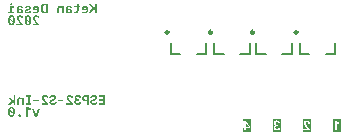
<source format=gbo>
G04*
G04 #@! TF.GenerationSoftware,Altium Limited,Altium Designer,21.0.8 (223)*
G04*
G04 Layer_Color=32896*
%FSLAX25Y25*%
%MOIN*%
G70*
G04*
G04 #@! TF.SameCoordinates,8808BF78-C309-42CA-8E72-27723A8412DA*
G04*
G04*
G04 #@! TF.FilePolarity,Positive*
G04*
G01*
G75*
%ADD11C,0.00984*%
%ADD14C,0.00787*%
G36*
X117397Y16000D02*
X114603D01*
Y20220D01*
X117397D01*
Y16000D01*
D02*
G37*
G36*
X137397D02*
X134603D01*
Y20220D01*
X137397D01*
Y16000D01*
D02*
G37*
G36*
X27527Y58845D02*
X27571Y58839D01*
X27604Y58828D01*
X27610Y58823D01*
X27616D01*
X27660Y58801D01*
X27693Y58784D01*
X27715Y58762D01*
X27727Y58756D01*
X27754Y58723D01*
X27777Y58689D01*
X27793Y58667D01*
X27799Y58662D01*
Y58656D01*
X27810Y58612D01*
X27815Y58567D01*
X27821Y58534D01*
Y58529D01*
Y58523D01*
X27815Y58473D01*
X27810Y58429D01*
X27804Y58401D01*
X27799Y58395D01*
Y58390D01*
X27777Y58345D01*
X27754Y58312D01*
X27732Y58290D01*
X27727Y58284D01*
X27688Y58257D01*
X27654Y58234D01*
X27627Y58223D01*
X27616Y58218D01*
X27566Y58207D01*
X27516Y58201D01*
X27477Y58196D01*
X27466D01*
X27410Y58201D01*
X27360Y58212D01*
X27316Y58223D01*
X27277Y58240D01*
X27249Y58257D01*
X27227Y58273D01*
X27216Y58279D01*
X27210Y58284D01*
X27177Y58323D01*
X27155Y58362D01*
X27133Y58401D01*
X27122Y58440D01*
X27116Y58473D01*
X27110Y58501D01*
Y58517D01*
Y58523D01*
X27116Y58573D01*
X27127Y58623D01*
X27144Y58662D01*
X27160Y58695D01*
X27177Y58723D01*
X27194Y58739D01*
X27205Y58750D01*
X27210Y58756D01*
X27249Y58789D01*
X27288Y58812D01*
X27332Y58828D01*
X27371Y58839D01*
X27410Y58845D01*
X27438Y58850D01*
X27466D01*
X27527Y58845D01*
D02*
G37*
G36*
X55904Y55509D02*
X55277D01*
Y56458D01*
X54938Y56836D01*
X54139Y55509D01*
X53395D01*
X54522Y57307D01*
X53434Y58739D01*
X54200D01*
X54983Y57652D01*
X55277Y57258D01*
Y58739D01*
X55904D01*
Y55509D01*
D02*
G37*
G36*
X46863Y57940D02*
X46935Y57935D01*
X47002Y57924D01*
X47052Y57912D01*
X47091Y57901D01*
X47113Y57896D01*
X47124Y57890D01*
X47190Y57868D01*
X47251Y57840D01*
X47307Y57813D01*
X47357Y57785D01*
X47396Y57763D01*
X47423Y57740D01*
X47440Y57729D01*
X47446Y57724D01*
X47490Y57685D01*
X47529Y57646D01*
X47562Y57607D01*
X47590Y57568D01*
X47612Y57535D01*
X47629Y57507D01*
X47634Y57491D01*
X47640Y57485D01*
X47662Y57435D01*
X47679Y57380D01*
X47690Y57330D01*
X47695Y57285D01*
X47701Y57247D01*
X47706Y57219D01*
Y57196D01*
Y57191D01*
X47091D01*
X47085Y57241D01*
X47079Y57285D01*
X47063Y57319D01*
X47046Y57352D01*
X47035Y57374D01*
X47018Y57391D01*
X47013Y57402D01*
X47007Y57407D01*
X46968Y57435D01*
X46924Y57457D01*
X46880Y57468D01*
X46835Y57480D01*
X46796Y57485D01*
X46763Y57491D01*
X46730D01*
X46652Y57485D01*
X46585Y57474D01*
X46530Y57457D01*
X46486Y57441D01*
X46447Y57424D01*
X46424Y57407D01*
X46408Y57396D01*
X46402Y57391D01*
X46363Y57352D01*
X46336Y57307D01*
X46314Y57258D01*
X46302Y57213D01*
X46291Y57174D01*
X46286Y57141D01*
Y57119D01*
Y57113D01*
Y56975D01*
X46730D01*
X46830Y56963D01*
X46918Y56958D01*
X47002Y56941D01*
X47079Y56925D01*
X47146Y56908D01*
X47213Y56891D01*
X47268Y56869D01*
X47318Y56847D01*
X47357Y56830D01*
X47396Y56814D01*
X47423Y56797D01*
X47451Y56786D01*
X47468Y56775D01*
X47473Y56764D01*
X47479D01*
X47529Y56725D01*
X47573Y56680D01*
X47612Y56636D01*
X47640Y56586D01*
X47695Y56492D01*
X47729Y56397D01*
X47745Y56309D01*
X47751Y56275D01*
X47756Y56242D01*
X47762Y56220D01*
Y56198D01*
Y56186D01*
Y56181D01*
X47756Y56125D01*
X47751Y56070D01*
X47740Y56020D01*
X47729Y55981D01*
X47718Y55942D01*
X47712Y55914D01*
X47701Y55898D01*
Y55892D01*
X47646Y55804D01*
X47618Y55765D01*
X47584Y55731D01*
X47562Y55704D01*
X47540Y55681D01*
X47529Y55670D01*
X47523Y55665D01*
X47435Y55604D01*
X47351Y55554D01*
X47318Y55537D01*
X47285Y55526D01*
X47268Y55515D01*
X47262D01*
X47140Y55487D01*
X47085Y55476D01*
X47030Y55471D01*
X46985D01*
X46952Y55465D01*
X46918D01*
X46841Y55471D01*
X46774Y55476D01*
X46746Y55482D01*
X46730D01*
X46719Y55487D01*
X46713D01*
X46641Y55504D01*
X46585Y55526D01*
X46563Y55532D01*
X46547Y55537D01*
X46541Y55543D01*
X46536D01*
X46474Y55570D01*
X46430Y55598D01*
X46397Y55620D01*
X46391Y55626D01*
X46386D01*
X46336Y55665D01*
X46297Y55698D01*
X46275Y55720D01*
X46264Y55731D01*
X46252Y55687D01*
X46247Y55648D01*
X46241Y55620D01*
Y55609D01*
X46230Y55570D01*
X46214Y55537D01*
X46208Y55515D01*
X46202Y55509D01*
X45575D01*
Y55543D01*
X45603Y55615D01*
X45625Y55687D01*
X45636Y55715D01*
X45642Y55737D01*
X45647Y55753D01*
Y55759D01*
X45653Y55809D01*
X45659Y55865D01*
X45664Y55914D01*
Y55970D01*
X45670Y56014D01*
Y56048D01*
Y56070D01*
Y56081D01*
Y57113D01*
X45675Y57185D01*
X45681Y57258D01*
X45692Y57319D01*
X45709Y57369D01*
X45725Y57413D01*
X45736Y57446D01*
X45742Y57468D01*
X45747Y57474D01*
X45781Y57529D01*
X45814Y57585D01*
X45847Y57629D01*
X45886Y57668D01*
X45914Y57696D01*
X45942Y57724D01*
X45958Y57735D01*
X45964Y57740D01*
X46075Y57807D01*
X46130Y57835D01*
X46180Y57857D01*
X46225Y57874D01*
X46258Y57885D01*
X46280Y57896D01*
X46291D01*
X46430Y57929D01*
X46502Y57940D01*
X46563Y57946D01*
X46619Y57951D01*
X46785D01*
X46863Y57940D01*
D02*
G37*
G36*
X30513D02*
X30585Y57935D01*
X30651Y57924D01*
X30701Y57912D01*
X30740Y57901D01*
X30762Y57896D01*
X30773Y57890D01*
X30840Y57868D01*
X30901Y57840D01*
X30957Y57813D01*
X31007Y57785D01*
X31045Y57763D01*
X31073Y57740D01*
X31090Y57729D01*
X31095Y57724D01*
X31140Y57685D01*
X31179Y57646D01*
X31212Y57607D01*
X31240Y57568D01*
X31262Y57535D01*
X31279Y57507D01*
X31284Y57491D01*
X31290Y57485D01*
X31312Y57435D01*
X31328Y57380D01*
X31340Y57330D01*
X31345Y57285D01*
X31351Y57247D01*
X31356Y57219D01*
Y57196D01*
Y57191D01*
X30740D01*
X30735Y57241D01*
X30729Y57285D01*
X30713Y57319D01*
X30696Y57352D01*
X30685Y57374D01*
X30668Y57391D01*
X30663Y57402D01*
X30657Y57407D01*
X30618Y57435D01*
X30574Y57457D01*
X30529Y57468D01*
X30485Y57480D01*
X30446Y57485D01*
X30413Y57491D01*
X30380D01*
X30302Y57485D01*
X30235Y57474D01*
X30180Y57457D01*
X30135Y57441D01*
X30096Y57424D01*
X30074Y57407D01*
X30057Y57396D01*
X30052Y57391D01*
X30013Y57352D01*
X29985Y57307D01*
X29963Y57258D01*
X29952Y57213D01*
X29941Y57174D01*
X29935Y57141D01*
Y57119D01*
Y57113D01*
Y56975D01*
X30380D01*
X30479Y56963D01*
X30568Y56958D01*
X30651Y56941D01*
X30729Y56925D01*
X30796Y56908D01*
X30862Y56891D01*
X30918Y56869D01*
X30968Y56847D01*
X31007Y56830D01*
X31045Y56814D01*
X31073Y56797D01*
X31101Y56786D01*
X31118Y56775D01*
X31123Y56764D01*
X31129D01*
X31179Y56725D01*
X31223Y56680D01*
X31262Y56636D01*
X31290Y56586D01*
X31345Y56492D01*
X31378Y56397D01*
X31395Y56309D01*
X31401Y56275D01*
X31406Y56242D01*
X31412Y56220D01*
Y56198D01*
Y56186D01*
Y56181D01*
X31406Y56125D01*
X31401Y56070D01*
X31390Y56020D01*
X31378Y55981D01*
X31367Y55942D01*
X31362Y55914D01*
X31351Y55898D01*
Y55892D01*
X31295Y55804D01*
X31267Y55765D01*
X31234Y55731D01*
X31212Y55704D01*
X31190Y55681D01*
X31179Y55670D01*
X31173Y55665D01*
X31084Y55604D01*
X31001Y55554D01*
X30968Y55537D01*
X30934Y55526D01*
X30918Y55515D01*
X30912D01*
X30790Y55487D01*
X30735Y55476D01*
X30679Y55471D01*
X30635D01*
X30601Y55465D01*
X30568D01*
X30490Y55471D01*
X30424Y55476D01*
X30396Y55482D01*
X30380D01*
X30368Y55487D01*
X30363D01*
X30291Y55504D01*
X30235Y55526D01*
X30213Y55532D01*
X30196Y55537D01*
X30191Y55543D01*
X30185D01*
X30124Y55570D01*
X30080Y55598D01*
X30046Y55620D01*
X30041Y55626D01*
X30035D01*
X29985Y55665D01*
X29947Y55698D01*
X29924Y55720D01*
X29913Y55731D01*
X29902Y55687D01*
X29897Y55648D01*
X29891Y55620D01*
Y55609D01*
X29880Y55570D01*
X29863Y55537D01*
X29858Y55515D01*
X29852Y55509D01*
X29225D01*
Y55543D01*
X29253Y55615D01*
X29275Y55687D01*
X29286Y55715D01*
X29292Y55737D01*
X29297Y55753D01*
Y55759D01*
X29303Y55809D01*
X29308Y55865D01*
X29314Y55914D01*
Y55970D01*
X29319Y56014D01*
Y56048D01*
Y56070D01*
Y56081D01*
Y57113D01*
X29325Y57185D01*
X29331Y57258D01*
X29342Y57319D01*
X29358Y57369D01*
X29375Y57413D01*
X29386Y57446D01*
X29392Y57468D01*
X29397Y57474D01*
X29430Y57529D01*
X29464Y57585D01*
X29497Y57629D01*
X29536Y57668D01*
X29564Y57696D01*
X29591Y57724D01*
X29608Y57735D01*
X29614Y57740D01*
X29724Y57807D01*
X29780Y57835D01*
X29830Y57857D01*
X29874Y57874D01*
X29908Y57885D01*
X29930Y57896D01*
X29941D01*
X30080Y57929D01*
X30152Y57940D01*
X30213Y57946D01*
X30268Y57951D01*
X30435D01*
X30513Y57940D01*
D02*
G37*
G36*
X49910Y57907D02*
X50459D01*
Y57452D01*
X49910D01*
Y56358D01*
X49904Y56275D01*
X49899Y56198D01*
X49888Y56125D01*
X49877Y56070D01*
X49865Y56020D01*
X49860Y55987D01*
X49849Y55959D01*
Y55953D01*
X49821Y55892D01*
X49793Y55837D01*
X49766Y55787D01*
X49738Y55748D01*
X49716Y55715D01*
X49694Y55692D01*
X49682Y55676D01*
X49677Y55670D01*
X49582Y55604D01*
X49494Y55554D01*
X49455Y55537D01*
X49427Y55526D01*
X49405Y55515D01*
X49399D01*
X49277Y55487D01*
X49216Y55476D01*
X49161Y55471D01*
X49111D01*
X49072Y55465D01*
X48966D01*
X48900Y55471D01*
X48872D01*
X48850Y55476D01*
X48833D01*
X48755Y55487D01*
X48695Y55493D01*
X48667Y55498D01*
X48650Y55504D01*
X48633D01*
X48561Y55515D01*
X48500Y55526D01*
X48478Y55532D01*
X48461Y55537D01*
X48450Y55543D01*
X48445D01*
X48384Y55565D01*
X48334Y55587D01*
X48306Y55604D01*
X48295Y55609D01*
X48356Y56031D01*
X48389Y56025D01*
X48423Y56014D01*
X48445Y56009D01*
X48456D01*
X48500Y56003D01*
X48539Y55992D01*
X48572Y55987D01*
X48583D01*
X48633Y55981D01*
X48678Y55976D01*
X48717Y55970D01*
X48728D01*
X48778Y55964D01*
X48867D01*
X48939Y55970D01*
X48994Y55976D01*
X49016Y55981D01*
X49027D01*
X49038Y55987D01*
X49044D01*
X49100Y56009D01*
X49139Y56031D01*
X49166Y56053D01*
X49177Y56059D01*
X49216Y56103D01*
X49244Y56153D01*
X49261Y56186D01*
X49266Y56198D01*
Y56203D01*
X49283Y56275D01*
X49288Y56347D01*
X49294Y56375D01*
Y56397D01*
Y56414D01*
Y56419D01*
Y57452D01*
X48400D01*
Y57907D01*
X49294D01*
Y58495D01*
X49910D01*
Y57907D01*
D02*
G37*
G36*
X52147Y57946D02*
X52235Y57935D01*
X52313Y57924D01*
X52385Y57907D01*
X52441Y57885D01*
X52485Y57874D01*
X52513Y57863D01*
X52524Y57857D01*
X52602Y57818D01*
X52668Y57779D01*
X52735Y57735D01*
X52785Y57696D01*
X52829Y57657D01*
X52863Y57629D01*
X52885Y57607D01*
X52890Y57602D01*
X52946Y57541D01*
X52996Y57474D01*
X53035Y57407D01*
X53068Y57346D01*
X53096Y57296D01*
X53118Y57252D01*
X53129Y57224D01*
X53135Y57213D01*
X53162Y57124D01*
X53184Y57041D01*
X53196Y56958D01*
X53207Y56880D01*
X53212Y56814D01*
X53218Y56758D01*
Y56725D01*
Y56719D01*
Y56714D01*
Y56625D01*
X53212Y56536D01*
X53201Y56453D01*
X53190Y56375D01*
X53173Y56309D01*
X53157Y56248D01*
X53140Y56209D01*
X53135Y56181D01*
X53129Y56170D01*
X53090Y56092D01*
X53051Y56025D01*
X53012Y55959D01*
X52968Y55903D01*
X52935Y55859D01*
X52907Y55826D01*
X52885Y55804D01*
X52879Y55798D01*
X52818Y55742D01*
X52751Y55692D01*
X52685Y55654D01*
X52624Y55620D01*
X52568Y55593D01*
X52530Y55570D01*
X52502Y55559D01*
X52491Y55554D01*
X52402Y55526D01*
X52313Y55504D01*
X52230Y55487D01*
X52152Y55476D01*
X52086Y55471D01*
X52030Y55465D01*
X51986D01*
X51858Y55471D01*
X51802Y55476D01*
X51753Y55487D01*
X51714Y55493D01*
X51686Y55498D01*
X51664Y55504D01*
X51658D01*
X51547Y55532D01*
X51503Y55548D01*
X51458Y55565D01*
X51425Y55576D01*
X51403Y55587D01*
X51386Y55598D01*
X51381D01*
X51292Y55648D01*
X51259Y55670D01*
X51225Y55692D01*
X51197Y55709D01*
X51181Y55726D01*
X51170Y55731D01*
X51164Y55737D01*
X51098Y55792D01*
X51053Y55848D01*
X51031Y55870D01*
X51020Y55881D01*
X51009Y55892D01*
Y55898D01*
X51320Y56231D01*
X51358Y56186D01*
X51397Y56148D01*
X51431Y56120D01*
X51436Y56109D01*
X51442D01*
X51497Y56075D01*
X51547Y56048D01*
X51569Y56037D01*
X51580Y56031D01*
X51591Y56025D01*
X51597D01*
X51658Y56003D01*
X51714Y55987D01*
X51736Y55981D01*
X51753D01*
X51764Y55976D01*
X51769D01*
X51836Y55964D01*
X51891Y55959D01*
X51947D01*
X52041Y55964D01*
X52080Y55970D01*
X52119Y55981D01*
X52147Y55987D01*
X52169Y55992D01*
X52185Y55998D01*
X52191D01*
X52263Y56031D01*
X52324Y56070D01*
X52346Y56086D01*
X52363Y56098D01*
X52374Y56103D01*
X52380Y56109D01*
X52435Y56164D01*
X52479Y56220D01*
X52496Y56248D01*
X52507Y56264D01*
X52518Y56275D01*
Y56281D01*
X52552Y56358D01*
X52574Y56436D01*
X52579Y56464D01*
X52585Y56486D01*
X52591Y56503D01*
Y56508D01*
X50959D01*
Y56769D01*
X50964Y56869D01*
X50970Y56958D01*
X50981Y57041D01*
X50998Y57113D01*
X51014Y57169D01*
X51025Y57213D01*
X51031Y57241D01*
X51037Y57252D01*
X51064Y57330D01*
X51103Y57402D01*
X51136Y57463D01*
X51170Y57518D01*
X51203Y57563D01*
X51231Y57596D01*
X51248Y57618D01*
X51253Y57624D01*
X51309Y57679D01*
X51364Y57729D01*
X51425Y57768D01*
X51475Y57802D01*
X51525Y57829D01*
X51564Y57846D01*
X51586Y57857D01*
X51597Y57863D01*
X51675Y57890D01*
X51753Y57912D01*
X51830Y57929D01*
X51902Y57940D01*
X51963Y57946D01*
X52013Y57951D01*
X52058D01*
X52147Y57946D01*
D02*
G37*
G36*
X35796D02*
X35885Y57935D01*
X35963Y57924D01*
X36035Y57907D01*
X36090Y57885D01*
X36135Y57874D01*
X36162Y57863D01*
X36174Y57857D01*
X36251Y57818D01*
X36318Y57779D01*
X36385Y57735D01*
X36435Y57696D01*
X36479Y57657D01*
X36512Y57629D01*
X36534Y57607D01*
X36540Y57602D01*
X36595Y57541D01*
X36645Y57474D01*
X36684Y57407D01*
X36718Y57346D01*
X36745Y57296D01*
X36768Y57252D01*
X36779Y57224D01*
X36784Y57213D01*
X36812Y57124D01*
X36834Y57041D01*
X36845Y56958D01*
X36856Y56880D01*
X36862Y56814D01*
X36867Y56758D01*
Y56725D01*
Y56719D01*
Y56714D01*
Y56625D01*
X36862Y56536D01*
X36851Y56453D01*
X36840Y56375D01*
X36823Y56309D01*
X36806Y56248D01*
X36790Y56209D01*
X36784Y56181D01*
X36779Y56170D01*
X36740Y56092D01*
X36701Y56025D01*
X36662Y55959D01*
X36618Y55903D01*
X36584Y55859D01*
X36557Y55826D01*
X36534Y55804D01*
X36529Y55798D01*
X36468Y55742D01*
X36401Y55692D01*
X36335Y55654D01*
X36274Y55620D01*
X36218Y55593D01*
X36179Y55570D01*
X36151Y55559D01*
X36140Y55554D01*
X36051Y55526D01*
X35963Y55504D01*
X35879Y55487D01*
X35802Y55476D01*
X35735Y55471D01*
X35680Y55465D01*
X35635D01*
X35508Y55471D01*
X35452Y55476D01*
X35402Y55487D01*
X35363Y55493D01*
X35336Y55498D01*
X35313Y55504D01*
X35308D01*
X35197Y55532D01*
X35152Y55548D01*
X35108Y55565D01*
X35075Y55576D01*
X35053Y55587D01*
X35036Y55598D01*
X35030D01*
X34942Y55648D01*
X34908Y55670D01*
X34875Y55692D01*
X34847Y55709D01*
X34830Y55726D01*
X34819Y55731D01*
X34814Y55737D01*
X34747Y55792D01*
X34703Y55848D01*
X34681Y55870D01*
X34670Y55881D01*
X34659Y55892D01*
Y55898D01*
X34969Y56231D01*
X35008Y56186D01*
X35047Y56148D01*
X35080Y56120D01*
X35086Y56109D01*
X35091D01*
X35147Y56075D01*
X35197Y56048D01*
X35219Y56037D01*
X35230Y56031D01*
X35241Y56025D01*
X35247D01*
X35308Y56003D01*
X35363Y55987D01*
X35386Y55981D01*
X35402D01*
X35413Y55976D01*
X35419D01*
X35485Y55964D01*
X35541Y55959D01*
X35596D01*
X35691Y55964D01*
X35730Y55970D01*
X35768Y55981D01*
X35796Y55987D01*
X35818Y55992D01*
X35835Y55998D01*
X35841D01*
X35913Y56031D01*
X35974Y56070D01*
X35996Y56086D01*
X36013Y56098D01*
X36024Y56103D01*
X36029Y56109D01*
X36085Y56164D01*
X36129Y56220D01*
X36146Y56248D01*
X36157Y56264D01*
X36168Y56275D01*
Y56281D01*
X36201Y56358D01*
X36224Y56436D01*
X36229Y56464D01*
X36235Y56486D01*
X36240Y56503D01*
Y56508D01*
X34609D01*
Y56769D01*
X34614Y56869D01*
X34620Y56958D01*
X34631Y57041D01*
X34647Y57113D01*
X34664Y57169D01*
X34675Y57213D01*
X34681Y57241D01*
X34686Y57252D01*
X34714Y57330D01*
X34753Y57402D01*
X34786Y57463D01*
X34819Y57518D01*
X34853Y57563D01*
X34881Y57596D01*
X34897Y57618D01*
X34903Y57624D01*
X34958Y57679D01*
X35014Y57729D01*
X35075Y57768D01*
X35125Y57802D01*
X35175Y57829D01*
X35214Y57846D01*
X35236Y57857D01*
X35247Y57863D01*
X35324Y57890D01*
X35402Y57912D01*
X35480Y57929D01*
X35552Y57940D01*
X35613Y57946D01*
X35663Y57951D01*
X35708D01*
X35796Y57946D01*
D02*
G37*
G36*
X43744D02*
X43816Y57935D01*
X43888Y57918D01*
X43944Y57901D01*
X43994Y57885D01*
X44032Y57868D01*
X44055Y57857D01*
X44066Y57851D01*
X44132Y57813D01*
X44193Y57768D01*
X44249Y57724D01*
X44293Y57679D01*
X44332Y57635D01*
X44360Y57602D01*
X44377Y57579D01*
X44382Y57574D01*
X44415Y57907D01*
X44976D01*
Y55509D01*
X44360D01*
Y57213D01*
X44299Y57285D01*
X44243Y57341D01*
X44216Y57358D01*
X44193Y57374D01*
X44182Y57385D01*
X44177D01*
X44132Y57407D01*
X44088Y57424D01*
X43999Y57446D01*
X43966D01*
X43938Y57452D01*
X43910D01*
X43838Y57446D01*
X43777Y57441D01*
X43755Y57435D01*
X43738D01*
X43727Y57430D01*
X43722D01*
X43661Y57407D01*
X43616Y57385D01*
X43589Y57363D01*
X43577Y57352D01*
X43538Y57307D01*
X43505Y57263D01*
X43494Y57241D01*
X43488Y57224D01*
X43483Y57213D01*
Y57208D01*
X43461Y57135D01*
X43455Y57058D01*
X43450Y57025D01*
Y56997D01*
Y56980D01*
Y56975D01*
Y55509D01*
X42834D01*
Y56986D01*
Y57080D01*
X42845Y57163D01*
X42850Y57241D01*
X42861Y57307D01*
X42873Y57358D01*
X42884Y57396D01*
X42889Y57424D01*
X42895Y57430D01*
X42917Y57496D01*
X42945Y57552D01*
X42978Y57607D01*
X43006Y57646D01*
X43028Y57685D01*
X43050Y57707D01*
X43061Y57724D01*
X43067Y57729D01*
X43106Y57768D01*
X43150Y57807D01*
X43194Y57835D01*
X43239Y57857D01*
X43272Y57874D01*
X43300Y57885D01*
X43322Y57896D01*
X43328D01*
X43444Y57929D01*
X43500Y57940D01*
X43550Y57946D01*
X43594Y57951D01*
X43661D01*
X43744Y57946D01*
D02*
G37*
G36*
X39565Y55509D02*
X38693D01*
X38582Y55515D01*
X38477Y55526D01*
X38383Y55543D01*
X38299Y55565D01*
X38227Y55581D01*
X38177Y55598D01*
X38144Y55609D01*
X38133Y55615D01*
X38039Y55659D01*
X37955Y55709D01*
X37883Y55759D01*
X37816Y55809D01*
X37767Y55853D01*
X37728Y55887D01*
X37700Y55909D01*
X37694Y55920D01*
X37628Y55998D01*
X37572Y56075D01*
X37522Y56153D01*
X37483Y56225D01*
X37450Y56292D01*
X37428Y56342D01*
X37417Y56375D01*
X37411Y56381D01*
Y56386D01*
X37378Y56492D01*
X37356Y56597D01*
X37334Y56697D01*
X37323Y56786D01*
X37317Y56869D01*
X37311Y56930D01*
Y56952D01*
Y56969D01*
Y56980D01*
Y56986D01*
Y57252D01*
X37317Y57374D01*
X37328Y57485D01*
X37345Y57585D01*
X37361Y57674D01*
X37378Y57746D01*
X37395Y57802D01*
X37400Y57824D01*
X37406Y57840D01*
X37411Y57846D01*
Y57851D01*
X37450Y57951D01*
X37500Y58040D01*
X37545Y58118D01*
X37595Y58184D01*
X37633Y58240D01*
X37667Y58284D01*
X37689Y58306D01*
X37700Y58318D01*
X37772Y58390D01*
X37844Y58451D01*
X37922Y58506D01*
X37988Y58551D01*
X38050Y58584D01*
X38100Y58606D01*
X38133Y58623D01*
X38138Y58628D01*
X38144D01*
X38244Y58667D01*
X38344Y58695D01*
X38444Y58712D01*
X38532Y58728D01*
X38610Y58734D01*
X38671Y58739D01*
X39565D01*
Y55509D01*
D02*
G37*
G36*
X28465Y57402D02*
X27777D01*
Y56009D01*
X28465D01*
Y55509D01*
X26506D01*
Y56009D01*
X27155D01*
Y57907D01*
X28465D01*
Y57402D01*
D02*
G37*
G36*
X33177Y57940D02*
X33254Y57935D01*
X33315Y57924D01*
X33371Y57912D01*
X33410Y57901D01*
X33432Y57896D01*
X33443Y57890D01*
X33510Y57868D01*
X33571Y57840D01*
X33626Y57813D01*
X33676Y57790D01*
X33715Y57768D01*
X33743Y57746D01*
X33759Y57735D01*
X33765Y57729D01*
X33809Y57691D01*
X33854Y57652D01*
X33887Y57613D01*
X33915Y57574D01*
X33942Y57541D01*
X33959Y57513D01*
X33965Y57496D01*
X33970Y57491D01*
X33992Y57441D01*
X34009Y57391D01*
X34026Y57341D01*
X34031Y57302D01*
X34037Y57263D01*
X34043Y57235D01*
Y57213D01*
Y57208D01*
X34037Y57152D01*
X34031Y57102D01*
X34020Y57058D01*
X34009Y57013D01*
X33998Y56980D01*
X33987Y56958D01*
X33976Y56941D01*
Y56936D01*
X33915Y56852D01*
X33854Y56791D01*
X33826Y56764D01*
X33804Y56747D01*
X33787Y56736D01*
X33782Y56730D01*
X33682Y56669D01*
X33632Y56642D01*
X33582Y56619D01*
X33543Y56603D01*
X33510Y56586D01*
X33487Y56581D01*
X33482Y56575D01*
X33349Y56530D01*
X33282Y56514D01*
X33221Y56497D01*
X33171Y56486D01*
X33127Y56475D01*
X33105Y56470D01*
X33093D01*
X33032Y56458D01*
X32982Y56447D01*
X32932Y56436D01*
X32894Y56431D01*
X32866Y56419D01*
X32838Y56414D01*
X32827Y56408D01*
X32821D01*
X32749Y56386D01*
X32688Y56364D01*
X32672Y56358D01*
X32655Y56347D01*
X32649Y56342D01*
X32644D01*
X32599Y56314D01*
X32572Y56286D01*
X32561Y56264D01*
X32555Y56259D01*
X32538Y56225D01*
X32533Y56198D01*
X32527Y56175D01*
Y56164D01*
X32533Y56125D01*
X32544Y56086D01*
X32566Y56053D01*
X32588Y56025D01*
X32611Y56003D01*
X32633Y55987D01*
X32644Y55981D01*
X32649Y55976D01*
X32699Y55953D01*
X32755Y55937D01*
X32866Y55914D01*
X32916Y55909D01*
X32955Y55903D01*
X32994D01*
X33066Y55909D01*
X33127Y55914D01*
X33154D01*
X33171Y55920D01*
X33188D01*
X33254Y55942D01*
X33310Y55964D01*
X33332Y55970D01*
X33349Y55981D01*
X33354Y55987D01*
X33360D01*
X33410Y56025D01*
X33449Y56059D01*
X33471Y56086D01*
X33482Y56098D01*
X33510Y56153D01*
X33521Y56209D01*
X33526Y56236D01*
X33532Y56253D01*
Y56264D01*
Y56270D01*
X34120D01*
X34115Y56214D01*
X34109Y56159D01*
X34098Y56109D01*
X34081Y56064D01*
X34070Y56031D01*
X34059Y56003D01*
X34054Y55981D01*
X34048Y55976D01*
X34020Y55926D01*
X33987Y55876D01*
X33948Y55831D01*
X33915Y55792D01*
X33887Y55759D01*
X33859Y55737D01*
X33843Y55720D01*
X33837Y55715D01*
X33782Y55676D01*
X33720Y55637D01*
X33665Y55609D01*
X33610Y55581D01*
X33560Y55559D01*
X33521Y55543D01*
X33499Y55537D01*
X33487Y55532D01*
X33410Y55509D01*
X33327Y55493D01*
X33243Y55482D01*
X33171Y55476D01*
X33105Y55471D01*
X33055Y55465D01*
X32921D01*
X32833Y55471D01*
X32760Y55482D01*
X32694Y55493D01*
X32638Y55498D01*
X32594Y55509D01*
X32572Y55515D01*
X32561D01*
X32489Y55537D01*
X32422Y55559D01*
X32366Y55587D01*
X32316Y55609D01*
X32278Y55631D01*
X32244Y55648D01*
X32228Y55659D01*
X32222Y55665D01*
X32172Y55704D01*
X32128Y55742D01*
X32094Y55781D01*
X32061Y55820D01*
X32039Y55848D01*
X32022Y55876D01*
X32011Y55892D01*
X32006Y55898D01*
X31978Y55948D01*
X31961Y55998D01*
X31945Y56048D01*
X31939Y56098D01*
X31933Y56137D01*
X31928Y56164D01*
Y56186D01*
Y56192D01*
X31933Y56253D01*
X31939Y56309D01*
X31950Y56358D01*
X31967Y56403D01*
X31983Y56436D01*
X31995Y56464D01*
X32000Y56481D01*
X32006Y56486D01*
X32072Y56575D01*
X32105Y56608D01*
X32139Y56642D01*
X32172Y56669D01*
X32194Y56686D01*
X32211Y56697D01*
X32217Y56703D01*
X32322Y56764D01*
X32377Y56786D01*
X32427Y56808D01*
X32472Y56825D01*
X32505Y56836D01*
X32527Y56847D01*
X32538D01*
X32683Y56886D01*
X32749Y56897D01*
X32810Y56914D01*
X32866Y56925D01*
X32905Y56930D01*
X32932Y56936D01*
X32943D01*
X32999Y56947D01*
X33044Y56952D01*
X33088Y56963D01*
X33127Y56969D01*
X33154Y56975D01*
X33177Y56980D01*
X33188Y56986D01*
X33193D01*
X33260Y57008D01*
X33304Y57030D01*
X33338Y57047D01*
X33343Y57052D01*
X33349D01*
X33382Y57080D01*
X33410Y57108D01*
X33421Y57130D01*
X33426Y57135D01*
X33437Y57174D01*
X33443Y57202D01*
X33449Y57224D01*
Y57235D01*
X33443Y57280D01*
X33432Y57313D01*
X33393Y57374D01*
X33371Y57396D01*
X33354Y57419D01*
X33343Y57424D01*
X33338Y57430D01*
X33293Y57457D01*
X33238Y57474D01*
X33132Y57496D01*
X33082Y57502D01*
X33044Y57507D01*
X33010D01*
X32932Y57502D01*
X32860Y57491D01*
X32805Y57480D01*
X32755Y57463D01*
X32716Y57441D01*
X32694Y57430D01*
X32677Y57419D01*
X32672Y57413D01*
X32633Y57374D01*
X32605Y57335D01*
X32583Y57296D01*
X32572Y57263D01*
X32561Y57230D01*
X32555Y57202D01*
Y57185D01*
Y57180D01*
X31939D01*
X31945Y57241D01*
X31950Y57296D01*
X31961Y57352D01*
X31972Y57396D01*
X31989Y57435D01*
X32000Y57463D01*
X32006Y57480D01*
X32011Y57485D01*
X32039Y57535D01*
X32072Y57585D01*
X32111Y57624D01*
X32144Y57663D01*
X32172Y57691D01*
X32200Y57713D01*
X32217Y57724D01*
X32222Y57729D01*
X32278Y57768D01*
X32333Y57802D01*
X32388Y57829D01*
X32444Y57851D01*
X32489Y57868D01*
X32527Y57879D01*
X32550Y57890D01*
X32561D01*
X32638Y57912D01*
X32716Y57924D01*
X32788Y57935D01*
X32860Y57946D01*
X32921D01*
X32966Y57951D01*
X33099D01*
X33177Y57940D01*
D02*
G37*
G36*
X35885Y54813D02*
X35974Y54808D01*
X36057Y54791D01*
X36124Y54780D01*
X36179Y54763D01*
X36224Y54747D01*
X36251Y54741D01*
X36263Y54736D01*
X36340Y54702D01*
X36407Y54663D01*
X36468Y54625D01*
X36523Y54591D01*
X36562Y54558D01*
X36595Y54530D01*
X36618Y54514D01*
X36623Y54508D01*
X36679Y54453D01*
X36723Y54397D01*
X36762Y54336D01*
X36795Y54286D01*
X36823Y54236D01*
X36840Y54203D01*
X36851Y54181D01*
X36856Y54169D01*
X36884Y54097D01*
X36901Y54025D01*
X36917Y53959D01*
X36923Y53898D01*
X36928Y53842D01*
X36934Y53803D01*
Y53776D01*
Y53764D01*
X36318D01*
X36312Y53853D01*
X36301Y53936D01*
X36279Y54003D01*
X36257Y54058D01*
X36235Y54103D01*
X36213Y54131D01*
X36201Y54153D01*
X36196Y54158D01*
X36140Y54208D01*
X36079Y54242D01*
X36018Y54269D01*
X35957Y54286D01*
X35902Y54297D01*
X35857Y54303D01*
X35813D01*
X35746Y54297D01*
X35691Y54286D01*
X35669Y54281D01*
X35652Y54275D01*
X35646Y54269D01*
X35641D01*
X35585Y54242D01*
X35541Y54214D01*
X35513Y54192D01*
X35502Y54186D01*
Y54181D01*
X35463Y54136D01*
X35441Y54086D01*
X35424Y54053D01*
X35419Y54042D01*
Y54036D01*
X35397Y53970D01*
X35391Y53909D01*
X35386Y53886D01*
Y53864D01*
Y53853D01*
Y53848D01*
X35391Y53792D01*
X35397Y53742D01*
X35402Y53703D01*
X35408Y53698D01*
Y53692D01*
X35430Y53631D01*
X35452Y53581D01*
X35469Y53559D01*
X35474Y53542D01*
X35485Y53531D01*
Y53526D01*
X35530Y53459D01*
X35569Y53392D01*
X35591Y53365D01*
X35602Y53343D01*
X35613Y53332D01*
X35619Y53326D01*
X35685Y53243D01*
X35752Y53165D01*
X35780Y53137D01*
X35802Y53110D01*
X35818Y53093D01*
X35824Y53087D01*
X36873Y51961D01*
Y51544D01*
X34664D01*
Y52038D01*
X36085D01*
X35474Y52682D01*
X35363Y52799D01*
X35319Y52849D01*
X35274Y52893D01*
X35241Y52932D01*
X35214Y52965D01*
X35197Y52982D01*
X35191Y52987D01*
X35102Y53098D01*
X35064Y53143D01*
X35030Y53187D01*
X35008Y53226D01*
X34986Y53254D01*
X34975Y53270D01*
X34969Y53276D01*
X34908Y53381D01*
X34881Y53431D01*
X34864Y53476D01*
X34847Y53509D01*
X34836Y53542D01*
X34825Y53559D01*
Y53565D01*
X34797Y53676D01*
X34786Y53725D01*
X34781Y53776D01*
X34775Y53814D01*
Y53842D01*
Y53864D01*
Y53870D01*
Y53948D01*
X34786Y54020D01*
X34797Y54086D01*
X34808Y54142D01*
X34819Y54186D01*
X34830Y54225D01*
X34836Y54247D01*
X34842Y54253D01*
X34869Y54319D01*
X34897Y54375D01*
X34931Y54425D01*
X34964Y54469D01*
X34991Y54502D01*
X35014Y54530D01*
X35030Y54547D01*
X35036Y54553D01*
X35086Y54597D01*
X35141Y54636D01*
X35191Y54669D01*
X35247Y54697D01*
X35291Y54719D01*
X35324Y54736D01*
X35347Y54741D01*
X35358Y54747D01*
X35430Y54769D01*
X35502Y54791D01*
X35580Y54802D01*
X35646Y54808D01*
X35702Y54813D01*
X35752Y54819D01*
X35791D01*
X35885Y54813D01*
D02*
G37*
G36*
X30435D02*
X30524Y54808D01*
X30607Y54791D01*
X30674Y54780D01*
X30729Y54763D01*
X30773Y54747D01*
X30801Y54741D01*
X30812Y54736D01*
X30890Y54702D01*
X30957Y54663D01*
X31018Y54625D01*
X31073Y54591D01*
X31112Y54558D01*
X31145Y54530D01*
X31168Y54514D01*
X31173Y54508D01*
X31229Y54453D01*
X31273Y54397D01*
X31312Y54336D01*
X31345Y54286D01*
X31373Y54236D01*
X31390Y54203D01*
X31401Y54181D01*
X31406Y54169D01*
X31434Y54097D01*
X31451Y54025D01*
X31467Y53959D01*
X31473Y53898D01*
X31478Y53842D01*
X31484Y53803D01*
Y53776D01*
Y53764D01*
X30868D01*
X30862Y53853D01*
X30851Y53936D01*
X30829Y54003D01*
X30807Y54058D01*
X30785Y54103D01*
X30762Y54131D01*
X30751Y54153D01*
X30746Y54158D01*
X30690Y54208D01*
X30629Y54242D01*
X30568Y54269D01*
X30507Y54286D01*
X30452Y54297D01*
X30407Y54303D01*
X30363D01*
X30296Y54297D01*
X30241Y54286D01*
X30218Y54281D01*
X30202Y54275D01*
X30196Y54269D01*
X30191D01*
X30135Y54242D01*
X30091Y54214D01*
X30063Y54192D01*
X30052Y54186D01*
Y54181D01*
X30013Y54136D01*
X29991Y54086D01*
X29974Y54053D01*
X29969Y54042D01*
Y54036D01*
X29947Y53970D01*
X29941Y53909D01*
X29935Y53886D01*
Y53864D01*
Y53853D01*
Y53848D01*
X29941Y53792D01*
X29947Y53742D01*
X29952Y53703D01*
X29958Y53698D01*
Y53692D01*
X29980Y53631D01*
X30002Y53581D01*
X30019Y53559D01*
X30024Y53542D01*
X30035Y53531D01*
Y53526D01*
X30080Y53459D01*
X30119Y53392D01*
X30141Y53365D01*
X30152Y53343D01*
X30163Y53332D01*
X30169Y53326D01*
X30235Y53243D01*
X30302Y53165D01*
X30329Y53137D01*
X30352Y53110D01*
X30368Y53093D01*
X30374Y53087D01*
X31423Y51961D01*
Y51544D01*
X29214D01*
Y52038D01*
X30635D01*
X30024Y52682D01*
X29913Y52799D01*
X29869Y52849D01*
X29825Y52893D01*
X29791Y52932D01*
X29763Y52965D01*
X29747Y52982D01*
X29741Y52987D01*
X29652Y53098D01*
X29614Y53143D01*
X29580Y53187D01*
X29558Y53226D01*
X29536Y53254D01*
X29525Y53270D01*
X29519Y53276D01*
X29458Y53381D01*
X29430Y53431D01*
X29414Y53476D01*
X29397Y53509D01*
X29386Y53542D01*
X29375Y53559D01*
Y53565D01*
X29347Y53676D01*
X29336Y53725D01*
X29331Y53776D01*
X29325Y53814D01*
Y53842D01*
Y53864D01*
Y53870D01*
Y53948D01*
X29336Y54020D01*
X29347Y54086D01*
X29358Y54142D01*
X29369Y54186D01*
X29381Y54225D01*
X29386Y54247D01*
X29392Y54253D01*
X29419Y54319D01*
X29447Y54375D01*
X29480Y54425D01*
X29514Y54469D01*
X29541Y54502D01*
X29564Y54530D01*
X29580Y54547D01*
X29586Y54553D01*
X29636Y54597D01*
X29691Y54636D01*
X29741Y54669D01*
X29797Y54697D01*
X29841Y54719D01*
X29874Y54736D01*
X29897Y54741D01*
X29908Y54747D01*
X29980Y54769D01*
X30052Y54791D01*
X30130Y54802D01*
X30196Y54808D01*
X30252Y54813D01*
X30302Y54819D01*
X30341D01*
X30435Y54813D01*
D02*
G37*
G36*
X33093D02*
X33177Y54808D01*
X33249Y54791D01*
X33315Y54780D01*
X33371Y54763D01*
X33410Y54747D01*
X33432Y54741D01*
X33443Y54736D01*
X33515Y54702D01*
X33576Y54663D01*
X33632Y54625D01*
X33682Y54586D01*
X33720Y54553D01*
X33754Y54525D01*
X33770Y54502D01*
X33776Y54497D01*
X33820Y54436D01*
X33865Y54369D01*
X33898Y54303D01*
X33926Y54236D01*
X33954Y54181D01*
X33970Y54136D01*
X33976Y54109D01*
X33981Y54103D01*
Y54097D01*
X34004Y54003D01*
X34020Y53909D01*
X34037Y53814D01*
X34043Y53731D01*
X34048Y53653D01*
X34054Y53598D01*
Y53576D01*
Y53559D01*
Y53548D01*
Y53542D01*
Y52771D01*
X34048Y52660D01*
X34043Y52555D01*
X34031Y52460D01*
X34015Y52382D01*
X34004Y52316D01*
X33992Y52266D01*
X33987Y52233D01*
X33981Y52227D01*
Y52222D01*
X33948Y52138D01*
X33915Y52061D01*
X33882Y51988D01*
X33848Y51933D01*
X33815Y51883D01*
X33793Y51850D01*
X33776Y51827D01*
X33770Y51822D01*
X33715Y51766D01*
X33659Y51716D01*
X33604Y51672D01*
X33554Y51639D01*
X33504Y51611D01*
X33471Y51594D01*
X33449Y51583D01*
X33437Y51578D01*
X33365Y51550D01*
X33288Y51533D01*
X33215Y51517D01*
X33143Y51511D01*
X33088Y51506D01*
X33038Y51500D01*
X32999D01*
X32910Y51506D01*
X32827Y51511D01*
X32755Y51522D01*
X32688Y51539D01*
X32633Y51556D01*
X32594Y51567D01*
X32572Y51572D01*
X32561Y51578D01*
X32489Y51611D01*
X32427Y51650D01*
X32372Y51694D01*
X32322Y51733D01*
X32283Y51766D01*
X32255Y51794D01*
X32239Y51816D01*
X32233Y51822D01*
X32183Y51883D01*
X32139Y51955D01*
X32105Y52022D01*
X32078Y52083D01*
X32050Y52138D01*
X32033Y52183D01*
X32028Y52210D01*
X32022Y52222D01*
X32000Y52316D01*
X31978Y52410D01*
X31967Y52499D01*
X31961Y52588D01*
X31956Y52660D01*
X31950Y52721D01*
Y52743D01*
Y52760D01*
Y52765D01*
Y52771D01*
Y53542D01*
X31956Y53659D01*
X31961Y53764D01*
X31972Y53859D01*
X31983Y53936D01*
X32000Y54003D01*
X32011Y54053D01*
X32017Y54086D01*
X32022Y54097D01*
X32050Y54181D01*
X32083Y54258D01*
X32122Y54330D01*
X32155Y54386D01*
X32183Y54436D01*
X32211Y54469D01*
X32228Y54491D01*
X32233Y54497D01*
X32289Y54553D01*
X32344Y54602D01*
X32400Y54641D01*
X32450Y54675D01*
X32500Y54702D01*
X32533Y54719D01*
X32555Y54730D01*
X32566Y54736D01*
X32638Y54763D01*
X32716Y54786D01*
X32788Y54797D01*
X32860Y54808D01*
X32916Y54813D01*
X32966Y54819D01*
X33005D01*
X33093Y54813D01*
D02*
G37*
G36*
X27643D02*
X27727Y54808D01*
X27799Y54791D01*
X27865Y54780D01*
X27921Y54763D01*
X27960Y54747D01*
X27982Y54741D01*
X27993Y54736D01*
X28065Y54702D01*
X28126Y54663D01*
X28182Y54625D01*
X28232Y54586D01*
X28270Y54553D01*
X28304Y54525D01*
X28320Y54502D01*
X28326Y54497D01*
X28370Y54436D01*
X28415Y54369D01*
X28448Y54303D01*
X28476Y54236D01*
X28504Y54181D01*
X28520Y54136D01*
X28526Y54109D01*
X28531Y54103D01*
Y54097D01*
X28554Y54003D01*
X28570Y53909D01*
X28587Y53814D01*
X28592Y53731D01*
X28598Y53653D01*
X28603Y53598D01*
Y53576D01*
Y53559D01*
Y53548D01*
Y53542D01*
Y52771D01*
X28598Y52660D01*
X28592Y52555D01*
X28581Y52460D01*
X28565Y52382D01*
X28554Y52316D01*
X28542Y52266D01*
X28537Y52233D01*
X28531Y52227D01*
Y52222D01*
X28498Y52138D01*
X28465Y52061D01*
X28431Y51988D01*
X28398Y51933D01*
X28365Y51883D01*
X28343Y51850D01*
X28326Y51827D01*
X28320Y51822D01*
X28265Y51766D01*
X28209Y51716D01*
X28154Y51672D01*
X28104Y51639D01*
X28054Y51611D01*
X28021Y51594D01*
X27999Y51583D01*
X27987Y51578D01*
X27915Y51550D01*
X27837Y51533D01*
X27765Y51517D01*
X27693Y51511D01*
X27638Y51506D01*
X27588Y51500D01*
X27549D01*
X27460Y51506D01*
X27377Y51511D01*
X27305Y51522D01*
X27238Y51539D01*
X27183Y51556D01*
X27144Y51567D01*
X27122Y51572D01*
X27110Y51578D01*
X27038Y51611D01*
X26977Y51650D01*
X26922Y51694D01*
X26872Y51733D01*
X26833Y51766D01*
X26805Y51794D01*
X26789Y51816D01*
X26783Y51822D01*
X26733Y51883D01*
X26689Y51955D01*
X26655Y52022D01*
X26628Y52083D01*
X26600Y52138D01*
X26583Y52183D01*
X26578Y52210D01*
X26572Y52222D01*
X26550Y52316D01*
X26528Y52410D01*
X26517Y52499D01*
X26511Y52588D01*
X26506Y52660D01*
X26500Y52721D01*
Y52743D01*
Y52760D01*
Y52765D01*
Y52771D01*
Y53542D01*
X26506Y53659D01*
X26511Y53764D01*
X26522Y53859D01*
X26533Y53936D01*
X26550Y54003D01*
X26561Y54053D01*
X26567Y54086D01*
X26572Y54097D01*
X26600Y54181D01*
X26633Y54258D01*
X26672Y54330D01*
X26705Y54386D01*
X26733Y54436D01*
X26761Y54469D01*
X26777Y54491D01*
X26783Y54497D01*
X26838Y54553D01*
X26894Y54602D01*
X26950Y54641D01*
X27000Y54675D01*
X27049Y54702D01*
X27083Y54719D01*
X27105Y54730D01*
X27116Y54736D01*
X27188Y54763D01*
X27266Y54786D01*
X27338Y54797D01*
X27410Y54808D01*
X27466Y54813D01*
X27516Y54819D01*
X27555D01*
X27643Y54813D01*
D02*
G37*
G36*
X127397Y20220D02*
Y16000D01*
X124603D01*
Y20220D01*
X127397D01*
D02*
G37*
G36*
X107397Y16000D02*
X104603D01*
Y20220D01*
X107397D01*
Y16000D01*
D02*
G37*
G36*
X49821Y28273D02*
X49888Y28262D01*
X49949Y28251D01*
X50004Y28239D01*
X50043Y28228D01*
X50065Y28223D01*
X50076Y28217D01*
X50143Y28190D01*
X50210Y28162D01*
X50265Y28134D01*
X50315Y28106D01*
X50354Y28078D01*
X50382Y28056D01*
X50404Y28045D01*
X50409Y28040D01*
X50459Y27995D01*
X50504Y27945D01*
X50543Y27901D01*
X50570Y27856D01*
X50598Y27818D01*
X50615Y27784D01*
X50626Y27762D01*
X50631Y27757D01*
X50659Y27696D01*
X50676Y27635D01*
X50692Y27573D01*
X50698Y27518D01*
X50704Y27474D01*
X50709Y27435D01*
Y27413D01*
Y27401D01*
X50093D01*
X50087Y27462D01*
X50076Y27512D01*
X50065Y27546D01*
X50060Y27551D01*
Y27557D01*
X50026Y27607D01*
X49993Y27646D01*
X49971Y27668D01*
X49960Y27679D01*
X49910Y27712D01*
X49865Y27734D01*
X49832Y27751D01*
X49827Y27757D01*
X49821D01*
X49760Y27773D01*
X49699Y27779D01*
X49677Y27784D01*
X49643D01*
X49566Y27779D01*
X49505Y27768D01*
X49483Y27762D01*
X49466Y27757D01*
X49455Y27751D01*
X49449D01*
X49388Y27723D01*
X49344Y27696D01*
X49316Y27673D01*
X49305Y27668D01*
Y27662D01*
X49266Y27618D01*
X49244Y27573D01*
X49227Y27540D01*
X49222Y27535D01*
Y27529D01*
X49205Y27468D01*
X49200Y27413D01*
X49194Y27390D01*
Y27374D01*
Y27362D01*
Y27357D01*
X49200Y27285D01*
X49211Y27213D01*
X49233Y27157D01*
X49255Y27107D01*
X49277Y27068D01*
X49299Y27041D01*
X49310Y27024D01*
X49316Y27018D01*
X49366Y26974D01*
X49427Y26946D01*
X49488Y26924D01*
X49549Y26907D01*
X49605Y26896D01*
X49649Y26891D01*
X50026D01*
Y26414D01*
X49694D01*
X49605Y26408D01*
X49566Y26402D01*
X49532D01*
X49505Y26397D01*
X49483Y26391D01*
X49471Y26386D01*
X49466D01*
X49399Y26358D01*
X49344Y26330D01*
X49322Y26319D01*
X49305Y26308D01*
X49299Y26302D01*
X49294Y26297D01*
X49244Y26247D01*
X49211Y26197D01*
X49200Y26175D01*
X49188Y26158D01*
X49183Y26147D01*
Y26142D01*
X49161Y26069D01*
X49150Y25997D01*
X49144Y25964D01*
Y25942D01*
Y25925D01*
Y25919D01*
X49150Y25842D01*
X49166Y25775D01*
X49188Y25720D01*
X49211Y25670D01*
X49233Y25631D01*
X49255Y25603D01*
X49272Y25587D01*
X49277Y25581D01*
X49333Y25542D01*
X49388Y25509D01*
X49449Y25487D01*
X49510Y25475D01*
X49560Y25464D01*
X49605Y25459D01*
X49643D01*
X49721Y25464D01*
X49782Y25475D01*
X49810D01*
X49827Y25481D01*
X49838Y25487D01*
X49843D01*
X49904Y25514D01*
X49954Y25542D01*
X49988Y25564D01*
X49993Y25575D01*
X49999D01*
X50037Y25625D01*
X50071Y25670D01*
X50093Y25703D01*
X50099Y25709D01*
Y25714D01*
X50115Y25775D01*
X50126Y25831D01*
X50132Y25853D01*
Y25870D01*
Y25881D01*
Y25886D01*
X50748D01*
X50742Y25803D01*
X50731Y25720D01*
X50720Y25653D01*
X50704Y25592D01*
X50687Y25542D01*
X50670Y25509D01*
X50665Y25481D01*
X50659Y25475D01*
X50620Y25414D01*
X50582Y25359D01*
X50543Y25309D01*
X50504Y25265D01*
X50465Y25231D01*
X50437Y25209D01*
X50420Y25192D01*
X50415Y25187D01*
X50293Y25115D01*
X50237Y25087D01*
X50182Y25065D01*
X50138Y25043D01*
X50099Y25032D01*
X50076Y25026D01*
X50065Y25020D01*
X49915Y24987D01*
X49849Y24976D01*
X49788Y24971D01*
X49738D01*
X49694Y24965D01*
X49660D01*
X49571Y24971D01*
X49488Y24976D01*
X49416Y24987D01*
X49349Y24998D01*
X49294Y25009D01*
X49250Y25015D01*
X49227Y25026D01*
X49216D01*
X49139Y25054D01*
X49072Y25082D01*
X49011Y25109D01*
X48955Y25142D01*
X48916Y25165D01*
X48883Y25187D01*
X48861Y25204D01*
X48855Y25209D01*
X48800Y25259D01*
X48750Y25309D01*
X48711Y25359D01*
X48678Y25403D01*
X48650Y25448D01*
X48633Y25481D01*
X48622Y25503D01*
X48617Y25509D01*
X48589Y25575D01*
X48567Y25648D01*
X48550Y25714D01*
X48539Y25781D01*
X48533Y25831D01*
X48528Y25875D01*
Y25903D01*
Y25914D01*
X48533Y26003D01*
X48539Y26047D01*
X48545Y26081D01*
X48550Y26108D01*
X48556Y26136D01*
X48561Y26147D01*
Y26153D01*
X48589Y26236D01*
X48617Y26302D01*
X48633Y26330D01*
X48645Y26347D01*
X48650Y26358D01*
X48656Y26364D01*
X48711Y26430D01*
X48761Y26486D01*
X48789Y26508D01*
X48805Y26524D01*
X48817Y26530D01*
X48822Y26536D01*
X48900Y26591D01*
X48972Y26630D01*
X49005Y26641D01*
X49033Y26652D01*
X49050Y26663D01*
X49055D01*
X48972Y26708D01*
X48911Y26752D01*
X48883Y26769D01*
X48867Y26785D01*
X48855Y26791D01*
X48850Y26796D01*
X48789Y26858D01*
X48739Y26907D01*
X48722Y26930D01*
X48711Y26946D01*
X48700Y26957D01*
Y26963D01*
X48661Y27035D01*
X48633Y27096D01*
X48622Y27118D01*
X48617Y27141D01*
X48611Y27152D01*
Y27157D01*
X48589Y27229D01*
X48583Y27296D01*
X48578Y27324D01*
Y27346D01*
Y27357D01*
Y27362D01*
X48583Y27446D01*
X48589Y27523D01*
X48600Y27590D01*
X48617Y27646D01*
X48633Y27696D01*
X48645Y27734D01*
X48650Y27757D01*
X48656Y27762D01*
X48689Y27823D01*
X48722Y27879D01*
X48761Y27929D01*
X48794Y27973D01*
X48828Y28006D01*
X48855Y28029D01*
X48872Y28045D01*
X48878Y28051D01*
X48933Y28090D01*
X48994Y28128D01*
X49050Y28156D01*
X49105Y28178D01*
X49150Y28201D01*
X49188Y28212D01*
X49211Y28223D01*
X49222D01*
X49299Y28245D01*
X49372Y28256D01*
X49449Y28267D01*
X49516Y28278D01*
X49571D01*
X49621Y28284D01*
X49743D01*
X49821Y28273D01*
D02*
G37*
G36*
X47030Y28278D02*
X47118Y28273D01*
X47201Y28256D01*
X47268Y28245D01*
X47324Y28228D01*
X47368Y28212D01*
X47396Y28206D01*
X47407Y28201D01*
X47485Y28167D01*
X47551Y28128D01*
X47612Y28090D01*
X47668Y28056D01*
X47706Y28023D01*
X47740Y27995D01*
X47762Y27979D01*
X47768Y27973D01*
X47823Y27918D01*
X47868Y27862D01*
X47906Y27801D01*
X47940Y27751D01*
X47967Y27701D01*
X47984Y27668D01*
X47995Y27646D01*
X48001Y27635D01*
X48028Y27562D01*
X48045Y27490D01*
X48062Y27424D01*
X48067Y27362D01*
X48073Y27307D01*
X48078Y27268D01*
Y27240D01*
Y27229D01*
X47462D01*
X47457Y27318D01*
X47446Y27401D01*
X47423Y27468D01*
X47401Y27523D01*
X47379Y27568D01*
X47357Y27596D01*
X47346Y27618D01*
X47340Y27623D01*
X47285Y27673D01*
X47224Y27707D01*
X47163Y27734D01*
X47102Y27751D01*
X47046Y27762D01*
X47002Y27768D01*
X46957D01*
X46891Y27762D01*
X46835Y27751D01*
X46813Y27746D01*
X46796Y27740D01*
X46791Y27734D01*
X46785D01*
X46730Y27707D01*
X46685Y27679D01*
X46658Y27657D01*
X46646Y27651D01*
Y27646D01*
X46608Y27601D01*
X46585Y27551D01*
X46569Y27518D01*
X46563Y27507D01*
Y27501D01*
X46541Y27435D01*
X46536Y27374D01*
X46530Y27351D01*
Y27329D01*
Y27318D01*
Y27313D01*
X46536Y27257D01*
X46541Y27207D01*
X46547Y27168D01*
X46552Y27163D01*
Y27157D01*
X46574Y27096D01*
X46597Y27046D01*
X46613Y27024D01*
X46619Y27007D01*
X46630Y26996D01*
Y26991D01*
X46674Y26924D01*
X46713Y26858D01*
X46735Y26830D01*
X46746Y26807D01*
X46758Y26796D01*
X46763Y26791D01*
X46830Y26708D01*
X46896Y26630D01*
X46924Y26602D01*
X46946Y26574D01*
X46963Y26558D01*
X46968Y26552D01*
X48017Y25426D01*
Y25009D01*
X45808D01*
Y25503D01*
X47229D01*
X46619Y26147D01*
X46508Y26264D01*
X46463Y26314D01*
X46419Y26358D01*
X46386Y26397D01*
X46358Y26430D01*
X46341Y26447D01*
X46336Y26452D01*
X46247Y26563D01*
X46208Y26608D01*
X46175Y26652D01*
X46153Y26691D01*
X46130Y26719D01*
X46119Y26735D01*
X46114Y26741D01*
X46053Y26846D01*
X46025Y26896D01*
X46008Y26941D01*
X45992Y26974D01*
X45981Y27007D01*
X45969Y27024D01*
Y27029D01*
X45942Y27141D01*
X45930Y27191D01*
X45925Y27240D01*
X45919Y27279D01*
Y27307D01*
Y27329D01*
Y27335D01*
Y27413D01*
X45930Y27485D01*
X45942Y27551D01*
X45953Y27607D01*
X45964Y27651D01*
X45975Y27690D01*
X45981Y27712D01*
X45986Y27718D01*
X46014Y27784D01*
X46042Y27840D01*
X46075Y27890D01*
X46108Y27934D01*
X46136Y27968D01*
X46158Y27995D01*
X46175Y28012D01*
X46180Y28017D01*
X46230Y28062D01*
X46286Y28101D01*
X46336Y28134D01*
X46391Y28162D01*
X46436Y28184D01*
X46469Y28201D01*
X46491Y28206D01*
X46502Y28212D01*
X46574Y28234D01*
X46646Y28256D01*
X46724Y28267D01*
X46791Y28273D01*
X46846Y28278D01*
X46896Y28284D01*
X46935D01*
X47030Y28278D01*
D02*
G37*
G36*
X38854D02*
X38943Y28273D01*
X39026Y28256D01*
X39093Y28245D01*
X39149Y28228D01*
X39193Y28212D01*
X39221Y28206D01*
X39232Y28201D01*
X39309Y28167D01*
X39376Y28128D01*
X39437Y28090D01*
X39492Y28056D01*
X39531Y28023D01*
X39565Y27995D01*
X39587Y27979D01*
X39592Y27973D01*
X39648Y27918D01*
X39692Y27862D01*
X39731Y27801D01*
X39764Y27751D01*
X39792Y27701D01*
X39809Y27668D01*
X39820Y27646D01*
X39825Y27635D01*
X39853Y27562D01*
X39870Y27490D01*
X39887Y27424D01*
X39892Y27362D01*
X39898Y27307D01*
X39903Y27268D01*
Y27240D01*
Y27229D01*
X39287D01*
X39282Y27318D01*
X39270Y27401D01*
X39248Y27468D01*
X39226Y27523D01*
X39204Y27568D01*
X39182Y27596D01*
X39171Y27618D01*
X39165Y27623D01*
X39110Y27673D01*
X39049Y27707D01*
X38987Y27734D01*
X38926Y27751D01*
X38871Y27762D01*
X38827Y27768D01*
X38782D01*
X38716Y27762D01*
X38660Y27751D01*
X38638Y27746D01*
X38621Y27740D01*
X38616Y27734D01*
X38610D01*
X38555Y27707D01*
X38510Y27679D01*
X38482Y27657D01*
X38471Y27651D01*
Y27646D01*
X38432Y27601D01*
X38410Y27551D01*
X38394Y27518D01*
X38388Y27507D01*
Y27501D01*
X38366Y27435D01*
X38360Y27374D01*
X38355Y27351D01*
Y27329D01*
Y27318D01*
Y27313D01*
X38360Y27257D01*
X38366Y27207D01*
X38371Y27168D01*
X38377Y27163D01*
Y27157D01*
X38399Y27096D01*
X38421Y27046D01*
X38438Y27024D01*
X38444Y27007D01*
X38455Y26996D01*
Y26991D01*
X38499Y26924D01*
X38538Y26858D01*
X38560Y26830D01*
X38571Y26807D01*
X38582Y26796D01*
X38588Y26791D01*
X38655Y26708D01*
X38721Y26630D01*
X38749Y26602D01*
X38771Y26574D01*
X38788Y26558D01*
X38793Y26552D01*
X39842Y25426D01*
Y25009D01*
X37633D01*
Y25503D01*
X39054D01*
X38444Y26147D01*
X38333Y26264D01*
X38288Y26314D01*
X38244Y26358D01*
X38210Y26397D01*
X38183Y26430D01*
X38166Y26447D01*
X38161Y26452D01*
X38072Y26563D01*
X38033Y26608D01*
X38000Y26652D01*
X37977Y26691D01*
X37955Y26719D01*
X37944Y26735D01*
X37938Y26741D01*
X37878Y26846D01*
X37850Y26896D01*
X37833Y26941D01*
X37816Y26974D01*
X37805Y27007D01*
X37794Y27024D01*
Y27029D01*
X37767Y27141D01*
X37755Y27191D01*
X37750Y27240D01*
X37744Y27279D01*
Y27307D01*
Y27329D01*
Y27335D01*
Y27413D01*
X37755Y27485D01*
X37767Y27551D01*
X37778Y27607D01*
X37789Y27651D01*
X37800Y27690D01*
X37805Y27712D01*
X37811Y27718D01*
X37839Y27784D01*
X37866Y27840D01*
X37900Y27890D01*
X37933Y27934D01*
X37961Y27968D01*
X37983Y27995D01*
X38000Y28012D01*
X38005Y28017D01*
X38055Y28062D01*
X38111Y28101D01*
X38161Y28134D01*
X38216Y28162D01*
X38260Y28184D01*
X38294Y28201D01*
X38316Y28206D01*
X38327Y28212D01*
X38399Y28234D01*
X38471Y28256D01*
X38549Y28267D01*
X38616Y28273D01*
X38671Y28278D01*
X38721Y28284D01*
X38760D01*
X38854Y28278D01*
D02*
G37*
G36*
X28842Y25009D02*
X28226D01*
Y25736D01*
X27943Y25997D01*
X27266Y25009D01*
X26506D01*
X27538Y26408D01*
X26633Y27407D01*
X27377D01*
X28037Y26680D01*
X28226Y26469D01*
Y28417D01*
X28842D01*
Y25009D01*
D02*
G37*
G36*
X44887Y26180D02*
X43039D01*
Y26680D01*
X44887D01*
Y26180D01*
D02*
G37*
G36*
X36712D02*
X34864D01*
Y26680D01*
X36712D01*
Y26180D01*
D02*
G37*
G36*
X58812Y25009D02*
X56631D01*
Y25509D01*
X58185D01*
Y26425D01*
X56858D01*
Y26913D01*
X58185D01*
Y27729D01*
X56642D01*
Y28239D01*
X58812D01*
Y25009D01*
D02*
G37*
G36*
X53356D02*
X52735D01*
Y26191D01*
X52252D01*
X52152Y26197D01*
X52063Y26203D01*
X51986Y26214D01*
X51913Y26230D01*
X51858Y26241D01*
X51814Y26252D01*
X51786Y26258D01*
X51775Y26264D01*
X51697Y26297D01*
X51625Y26330D01*
X51564Y26364D01*
X51508Y26397D01*
X51469Y26430D01*
X51436Y26452D01*
X51414Y26469D01*
X51408Y26474D01*
X51353Y26530D01*
X51309Y26586D01*
X51270Y26636D01*
X51236Y26685D01*
X51214Y26730D01*
X51197Y26763D01*
X51186Y26791D01*
X51181Y26796D01*
X51153Y26869D01*
X51131Y26935D01*
X51120Y27002D01*
X51109Y27063D01*
X51103Y27118D01*
X51098Y27157D01*
Y27185D01*
Y27196D01*
X51103Y27279D01*
X51109Y27362D01*
X51125Y27435D01*
X51136Y27496D01*
X51153Y27546D01*
X51170Y27584D01*
X51175Y27607D01*
X51181Y27618D01*
X51214Y27690D01*
X51248Y27751D01*
X51286Y27806D01*
X51325Y27856D01*
X51358Y27895D01*
X51386Y27923D01*
X51403Y27940D01*
X51408Y27945D01*
X51469Y27995D01*
X51530Y28040D01*
X51591Y28073D01*
X51647Y28106D01*
X51697Y28128D01*
X51736Y28145D01*
X51764Y28156D01*
X51775Y28162D01*
X51858Y28190D01*
X51936Y28206D01*
X52019Y28223D01*
X52091Y28228D01*
X52158Y28234D01*
X52208Y28239D01*
X53356D01*
Y25009D01*
D02*
G37*
G36*
X34181Y27734D02*
X33571D01*
Y25509D01*
X34181D01*
Y25009D01*
X32316D01*
Y25509D01*
X32943D01*
Y27734D01*
X32316D01*
Y28239D01*
X34181D01*
Y27734D01*
D02*
G37*
G36*
X30341Y27446D02*
X30413Y27435D01*
X30485Y27418D01*
X30540Y27401D01*
X30590Y27385D01*
X30629Y27368D01*
X30651Y27357D01*
X30663Y27351D01*
X30729Y27313D01*
X30790Y27268D01*
X30846Y27224D01*
X30890Y27179D01*
X30929Y27135D01*
X30957Y27102D01*
X30973Y27079D01*
X30979Y27074D01*
X31012Y27407D01*
X31573D01*
Y25009D01*
X30957D01*
Y26713D01*
X30896Y26785D01*
X30840Y26841D01*
X30812Y26858D01*
X30790Y26874D01*
X30779Y26885D01*
X30773D01*
X30729Y26907D01*
X30685Y26924D01*
X30596Y26946D01*
X30563D01*
X30535Y26952D01*
X30507D01*
X30435Y26946D01*
X30374Y26941D01*
X30352Y26935D01*
X30335D01*
X30324Y26930D01*
X30318D01*
X30257Y26907D01*
X30213Y26885D01*
X30185Y26863D01*
X30174Y26852D01*
X30135Y26807D01*
X30102Y26763D01*
X30091Y26741D01*
X30085Y26724D01*
X30080Y26713D01*
Y26708D01*
X30057Y26636D01*
X30052Y26558D01*
X30046Y26524D01*
Y26497D01*
Y26480D01*
Y26474D01*
Y25009D01*
X29430D01*
Y26486D01*
Y26580D01*
X29441Y26663D01*
X29447Y26741D01*
X29458Y26807D01*
X29469Y26858D01*
X29480Y26896D01*
X29486Y26924D01*
X29491Y26930D01*
X29514Y26996D01*
X29541Y27052D01*
X29575Y27107D01*
X29602Y27146D01*
X29625Y27185D01*
X29647Y27207D01*
X29658Y27224D01*
X29664Y27229D01*
X29702Y27268D01*
X29747Y27307D01*
X29791Y27335D01*
X29836Y27357D01*
X29869Y27374D01*
X29897Y27385D01*
X29919Y27396D01*
X29924D01*
X30041Y27429D01*
X30096Y27440D01*
X30146Y27446D01*
X30191Y27451D01*
X30257D01*
X30341Y27446D01*
D02*
G37*
G36*
X55149Y28273D02*
X55227Y28262D01*
X55293Y28251D01*
X55354Y28239D01*
X55393Y28228D01*
X55421Y28223D01*
X55432Y28217D01*
X55504Y28190D01*
X55576Y28162D01*
X55638Y28134D01*
X55687Y28106D01*
X55732Y28078D01*
X55765Y28056D01*
X55787Y28045D01*
X55793Y28040D01*
X55848Y27995D01*
X55893Y27945D01*
X55932Y27901D01*
X55971Y27856D01*
X55993Y27818D01*
X56015Y27784D01*
X56026Y27762D01*
X56032Y27757D01*
X56059Y27696D01*
X56081Y27629D01*
X56093Y27568D01*
X56104Y27507D01*
X56109Y27457D01*
X56115Y27418D01*
Y27396D01*
Y27385D01*
X56109Y27307D01*
X56104Y27235D01*
X56087Y27174D01*
X56070Y27118D01*
X56059Y27074D01*
X56043Y27035D01*
X56037Y27013D01*
X56032Y27007D01*
X55998Y26952D01*
X55959Y26896D01*
X55921Y26846D01*
X55882Y26807D01*
X55848Y26774D01*
X55821Y26746D01*
X55804Y26730D01*
X55799Y26724D01*
X55682Y26641D01*
X55626Y26602D01*
X55571Y26574D01*
X55527Y26547D01*
X55493Y26530D01*
X55465Y26519D01*
X55460Y26513D01*
X55316Y26458D01*
X55243Y26436D01*
X55182Y26414D01*
X55132Y26397D01*
X55088Y26386D01*
X55066Y26375D01*
X55055D01*
X54994Y26358D01*
X54938Y26336D01*
X54888Y26319D01*
X54844Y26302D01*
X54811Y26291D01*
X54788Y26280D01*
X54772Y26269D01*
X54766D01*
X54689Y26230D01*
X54627Y26191D01*
X54605Y26175D01*
X54589Y26164D01*
X54583Y26158D01*
X54577Y26153D01*
X54533Y26103D01*
X54500Y26058D01*
X54483Y26019D01*
X54478Y26014D01*
Y26008D01*
X54455Y25953D01*
X54450Y25903D01*
X54444Y25881D01*
Y25864D01*
Y25853D01*
Y25847D01*
X54450Y25786D01*
X54461Y25736D01*
X54478Y25703D01*
X54483Y25697D01*
Y25692D01*
X54511Y25642D01*
X54544Y25603D01*
X54572Y25575D01*
X54577Y25564D01*
X54583D01*
X54638Y25531D01*
X54689Y25509D01*
X54711Y25498D01*
X54727Y25492D01*
X54738Y25487D01*
X54744D01*
X54816Y25470D01*
X54888Y25464D01*
X54922Y25459D01*
X54966D01*
X55066Y25464D01*
X55110Y25470D01*
X55144Y25475D01*
X55177D01*
X55199Y25481D01*
X55216Y25487D01*
X55221D01*
X55299Y25514D01*
X55366Y25548D01*
X55388Y25564D01*
X55404Y25575D01*
X55415Y25587D01*
X55421D01*
X55476Y25642D01*
X55521Y25697D01*
X55532Y25720D01*
X55543Y25742D01*
X55554Y25753D01*
Y25759D01*
X55582Y25842D01*
X55593Y25925D01*
X55599Y25958D01*
X55604Y25986D01*
Y26003D01*
Y26008D01*
X56215D01*
X56209Y25881D01*
X56198Y25825D01*
X56187Y25781D01*
X56181Y25736D01*
X56170Y25709D01*
X56165Y25686D01*
Y25681D01*
X56120Y25581D01*
X56098Y25537D01*
X56076Y25498D01*
X56059Y25464D01*
X56043Y25442D01*
X56032Y25426D01*
X56026Y25420D01*
X55954Y25342D01*
X55887Y25281D01*
X55860Y25253D01*
X55837Y25237D01*
X55826Y25226D01*
X55821Y25220D01*
X55726Y25165D01*
X55682Y25137D01*
X55643Y25115D01*
X55610Y25098D01*
X55582Y25087D01*
X55565Y25082D01*
X55560Y25076D01*
X55454Y25043D01*
X55410Y25026D01*
X55366Y25015D01*
X55327Y25009D01*
X55299Y25004D01*
X55277Y24998D01*
X55271D01*
X55160Y24982D01*
X55105Y24976D01*
X55060D01*
X55022Y24971D01*
X54877D01*
X54788Y24982D01*
X54711Y24987D01*
X54644Y24998D01*
X54589Y25009D01*
X54544Y25015D01*
X54522Y25026D01*
X54511D01*
X54433Y25048D01*
X54366Y25076D01*
X54305Y25104D01*
X54250Y25131D01*
X54211Y25154D01*
X54178Y25176D01*
X54156Y25187D01*
X54150Y25192D01*
X54095Y25237D01*
X54050Y25287D01*
X54011Y25331D01*
X53978Y25376D01*
X53950Y25414D01*
X53934Y25448D01*
X53923Y25470D01*
X53917Y25475D01*
X53889Y25542D01*
X53867Y25603D01*
X53850Y25670D01*
X53839Y25725D01*
X53834Y25775D01*
X53828Y25820D01*
Y25842D01*
Y25853D01*
X53834Y25925D01*
X53839Y25992D01*
X53850Y26053D01*
X53867Y26108D01*
X53884Y26153D01*
X53895Y26186D01*
X53900Y26208D01*
X53906Y26214D01*
X53934Y26275D01*
X53967Y26330D01*
X54000Y26380D01*
X54034Y26425D01*
X54067Y26458D01*
X54089Y26486D01*
X54106Y26502D01*
X54111Y26508D01*
X54217Y26597D01*
X54272Y26636D01*
X54322Y26669D01*
X54366Y26691D01*
X54400Y26713D01*
X54422Y26724D01*
X54433Y26730D01*
X54572Y26796D01*
X54644Y26819D01*
X54705Y26841D01*
X54761Y26863D01*
X54799Y26874D01*
X54827Y26885D01*
X54838D01*
X54949Y26919D01*
X54994Y26935D01*
X55038Y26946D01*
X55071Y26957D01*
X55099Y26969D01*
X55116Y26974D01*
X55121D01*
X55205Y27013D01*
X55243Y27029D01*
X55271Y27046D01*
X55299Y27063D01*
X55316Y27074D01*
X55327Y27085D01*
X55332D01*
X55388Y27129D01*
X55427Y27174D01*
X55449Y27207D01*
X55460Y27213D01*
Y27218D01*
X55488Y27274D01*
X55499Y27324D01*
X55504Y27346D01*
Y27362D01*
Y27374D01*
Y27379D01*
X55499Y27440D01*
X55488Y27496D01*
X55476Y27529D01*
X55471Y27535D01*
Y27540D01*
X55443Y27596D01*
X55410Y27635D01*
X55382Y27657D01*
X55371Y27668D01*
X55316Y27707D01*
X55266Y27729D01*
X55243Y27740D01*
X55227Y27746D01*
X55216Y27751D01*
X55210D01*
X55132Y27773D01*
X55060Y27779D01*
X55033Y27784D01*
X54988D01*
X54894Y27779D01*
X54849Y27773D01*
X54816Y27768D01*
X54788Y27757D01*
X54766Y27751D01*
X54755Y27746D01*
X54750D01*
X54683Y27718D01*
X54627Y27684D01*
X54594Y27657D01*
X54589Y27651D01*
X54583Y27646D01*
X54539Y27596D01*
X54505Y27546D01*
X54494Y27523D01*
X54489Y27507D01*
X54483Y27496D01*
Y27490D01*
X54461Y27424D01*
X54444Y27357D01*
Y27329D01*
X54439Y27307D01*
Y27296D01*
Y27290D01*
X53834D01*
X53839Y27368D01*
X53845Y27446D01*
X53861Y27512D01*
X53873Y27573D01*
X53889Y27623D01*
X53906Y27657D01*
X53912Y27684D01*
X53917Y27690D01*
X53950Y27757D01*
X53989Y27818D01*
X54028Y27868D01*
X54067Y27912D01*
X54100Y27951D01*
X54128Y27979D01*
X54150Y27995D01*
X54156Y28001D01*
X54217Y28051D01*
X54278Y28090D01*
X54333Y28123D01*
X54394Y28156D01*
X54444Y28178D01*
X54483Y28195D01*
X54505Y28201D01*
X54516Y28206D01*
X54594Y28234D01*
X54677Y28251D01*
X54750Y28267D01*
X54822Y28273D01*
X54883Y28278D01*
X54933Y28284D01*
X55066D01*
X55149Y28273D01*
D02*
G37*
G36*
X41524D02*
X41601Y28262D01*
X41668Y28251D01*
X41729Y28239D01*
X41768Y28228D01*
X41796Y28223D01*
X41807Y28217D01*
X41879Y28190D01*
X41951Y28162D01*
X42012Y28134D01*
X42062Y28106D01*
X42107Y28078D01*
X42140Y28056D01*
X42162Y28045D01*
X42168Y28040D01*
X42223Y27995D01*
X42268Y27945D01*
X42306Y27901D01*
X42345Y27856D01*
X42368Y27818D01*
X42390Y27784D01*
X42401Y27762D01*
X42406Y27757D01*
X42434Y27696D01*
X42456Y27629D01*
X42467Y27568D01*
X42478Y27507D01*
X42484Y27457D01*
X42490Y27418D01*
Y27396D01*
Y27385D01*
X42484Y27307D01*
X42478Y27235D01*
X42462Y27174D01*
X42445Y27118D01*
X42434Y27074D01*
X42417Y27035D01*
X42412Y27013D01*
X42406Y27007D01*
X42373Y26952D01*
X42334Y26896D01*
X42295Y26846D01*
X42257Y26807D01*
X42223Y26774D01*
X42195Y26746D01*
X42179Y26730D01*
X42173Y26724D01*
X42057Y26641D01*
X42001Y26602D01*
X41946Y26574D01*
X41901Y26547D01*
X41868Y26530D01*
X41840Y26519D01*
X41835Y26513D01*
X41690Y26458D01*
X41618Y26436D01*
X41557Y26414D01*
X41507Y26397D01*
X41463Y26386D01*
X41441Y26375D01*
X41429D01*
X41368Y26358D01*
X41313Y26336D01*
X41263Y26319D01*
X41219Y26302D01*
X41185Y26291D01*
X41163Y26280D01*
X41146Y26269D01*
X41141D01*
X41063Y26230D01*
X41002Y26191D01*
X40980Y26175D01*
X40963Y26164D01*
X40958Y26158D01*
X40952Y26153D01*
X40908Y26103D01*
X40874Y26058D01*
X40858Y26019D01*
X40852Y26014D01*
Y26008D01*
X40830Y25953D01*
X40824Y25903D01*
X40819Y25881D01*
Y25864D01*
Y25853D01*
Y25847D01*
X40824Y25786D01*
X40836Y25736D01*
X40852Y25703D01*
X40858Y25697D01*
Y25692D01*
X40886Y25642D01*
X40919Y25603D01*
X40947Y25575D01*
X40952Y25564D01*
X40958D01*
X41013Y25531D01*
X41063Y25509D01*
X41085Y25498D01*
X41102Y25492D01*
X41113Y25487D01*
X41119D01*
X41191Y25470D01*
X41263Y25464D01*
X41296Y25459D01*
X41341D01*
X41441Y25464D01*
X41485Y25470D01*
X41518Y25475D01*
X41552D01*
X41574Y25481D01*
X41590Y25487D01*
X41596D01*
X41674Y25514D01*
X41740Y25548D01*
X41763Y25564D01*
X41779Y25575D01*
X41790Y25587D01*
X41796D01*
X41851Y25642D01*
X41896Y25697D01*
X41907Y25720D01*
X41918Y25742D01*
X41929Y25753D01*
Y25759D01*
X41957Y25842D01*
X41968Y25925D01*
X41973Y25958D01*
X41979Y25986D01*
Y26003D01*
Y26008D01*
X42589D01*
X42584Y25881D01*
X42573Y25825D01*
X42562Y25781D01*
X42556Y25736D01*
X42545Y25709D01*
X42540Y25686D01*
Y25681D01*
X42495Y25581D01*
X42473Y25537D01*
X42451Y25498D01*
X42434Y25464D01*
X42417Y25442D01*
X42406Y25426D01*
X42401Y25420D01*
X42329Y25342D01*
X42262Y25281D01*
X42234Y25253D01*
X42212Y25237D01*
X42201Y25226D01*
X42195Y25220D01*
X42101Y25165D01*
X42057Y25137D01*
X42018Y25115D01*
X41985Y25098D01*
X41957Y25087D01*
X41940Y25082D01*
X41935Y25076D01*
X41829Y25043D01*
X41785Y25026D01*
X41740Y25015D01*
X41701Y25009D01*
X41674Y25004D01*
X41651Y24998D01*
X41646D01*
X41535Y24982D01*
X41480Y24976D01*
X41435D01*
X41396Y24971D01*
X41252D01*
X41163Y24982D01*
X41085Y24987D01*
X41019Y24998D01*
X40963Y25009D01*
X40919Y25015D01*
X40897Y25026D01*
X40886D01*
X40808Y25048D01*
X40741Y25076D01*
X40680Y25104D01*
X40625Y25131D01*
X40586Y25154D01*
X40553Y25176D01*
X40530Y25187D01*
X40525Y25192D01*
X40469Y25237D01*
X40425Y25287D01*
X40386Y25331D01*
X40353Y25376D01*
X40325Y25414D01*
X40308Y25448D01*
X40297Y25470D01*
X40292Y25475D01*
X40264Y25542D01*
X40242Y25603D01*
X40225Y25670D01*
X40214Y25725D01*
X40209Y25775D01*
X40203Y25820D01*
Y25842D01*
Y25853D01*
X40209Y25925D01*
X40214Y25992D01*
X40225Y26053D01*
X40242Y26108D01*
X40258Y26153D01*
X40270Y26186D01*
X40275Y26208D01*
X40281Y26214D01*
X40308Y26275D01*
X40342Y26330D01*
X40375Y26380D01*
X40408Y26425D01*
X40442Y26458D01*
X40464Y26486D01*
X40481Y26502D01*
X40486Y26508D01*
X40591Y26597D01*
X40647Y26636D01*
X40697Y26669D01*
X40741Y26691D01*
X40775Y26713D01*
X40797Y26724D01*
X40808Y26730D01*
X40947Y26796D01*
X41019Y26819D01*
X41080Y26841D01*
X41135Y26863D01*
X41174Y26874D01*
X41202Y26885D01*
X41213D01*
X41324Y26919D01*
X41368Y26935D01*
X41413Y26946D01*
X41446Y26957D01*
X41474Y26969D01*
X41491Y26974D01*
X41496D01*
X41579Y27013D01*
X41618Y27029D01*
X41646Y27046D01*
X41674Y27063D01*
X41690Y27074D01*
X41701Y27085D01*
X41707D01*
X41763Y27129D01*
X41801Y27174D01*
X41824Y27207D01*
X41835Y27213D01*
Y27218D01*
X41862Y27274D01*
X41873Y27324D01*
X41879Y27346D01*
Y27362D01*
Y27374D01*
Y27379D01*
X41873Y27440D01*
X41862Y27496D01*
X41851Y27529D01*
X41846Y27535D01*
Y27540D01*
X41818Y27596D01*
X41785Y27635D01*
X41757Y27657D01*
X41746Y27668D01*
X41690Y27707D01*
X41640Y27729D01*
X41618Y27740D01*
X41601Y27746D01*
X41590Y27751D01*
X41585D01*
X41507Y27773D01*
X41435Y27779D01*
X41407Y27784D01*
X41363D01*
X41269Y27779D01*
X41224Y27773D01*
X41191Y27768D01*
X41163Y27757D01*
X41141Y27751D01*
X41130Y27746D01*
X41124D01*
X41058Y27718D01*
X41002Y27684D01*
X40969Y27657D01*
X40963Y27651D01*
X40958Y27646D01*
X40913Y27596D01*
X40880Y27546D01*
X40869Y27523D01*
X40863Y27507D01*
X40858Y27496D01*
Y27490D01*
X40836Y27424D01*
X40819Y27357D01*
Y27329D01*
X40813Y27307D01*
Y27296D01*
Y27290D01*
X40209D01*
X40214Y27368D01*
X40220Y27446D01*
X40236Y27512D01*
X40247Y27573D01*
X40264Y27623D01*
X40281Y27657D01*
X40286Y27684D01*
X40292Y27690D01*
X40325Y27757D01*
X40364Y27818D01*
X40403Y27868D01*
X40442Y27912D01*
X40475Y27951D01*
X40503Y27979D01*
X40525Y27995D01*
X40530Y28001D01*
X40591Y28051D01*
X40652Y28090D01*
X40708Y28123D01*
X40769Y28156D01*
X40819Y28178D01*
X40858Y28195D01*
X40880Y28201D01*
X40891Y28206D01*
X40969Y28234D01*
X41052Y28251D01*
X41124Y28267D01*
X41196Y28273D01*
X41258Y28278D01*
X41307Y28284D01*
X41441D01*
X41524Y28273D01*
D02*
G37*
G36*
X33987Y23764D02*
Y23225D01*
X33171Y23520D01*
Y21044D01*
X32550D01*
Y24274D01*
X32583D01*
X33987Y23764D01*
D02*
G37*
G36*
X36024Y21044D02*
X35441D01*
X34531Y23442D01*
X35175D01*
X35702Y21749D01*
X35735Y21583D01*
X35763Y21755D01*
X36296Y23442D01*
X36940D01*
X36024Y21044D01*
D02*
G37*
G36*
X30357Y21799D02*
X30413Y21788D01*
X30435Y21782D01*
X30446Y21777D01*
X30457Y21771D01*
X30463D01*
X30518Y21749D01*
X30557Y21722D01*
X30585Y21699D01*
X30596Y21688D01*
X30635Y21644D01*
X30663Y21599D01*
X30679Y21566D01*
X30685Y21561D01*
Y21555D01*
X30701Y21499D01*
X30707Y21450D01*
X30713Y21427D01*
Y21416D01*
Y21405D01*
Y21400D01*
X30707Y21339D01*
X30696Y21289D01*
Y21266D01*
X30690Y21250D01*
X30685Y21244D01*
Y21239D01*
X30657Y21189D01*
X30629Y21150D01*
X30607Y21122D01*
X30596Y21111D01*
X30551Y21078D01*
X30507Y21056D01*
X30474Y21039D01*
X30468Y21033D01*
X30463D01*
X30402Y21017D01*
X30346Y21005D01*
X30318Y21000D01*
X30285D01*
X30213Y21005D01*
X30158Y21017D01*
X30135Y21022D01*
X30119Y21028D01*
X30113Y21033D01*
X30108D01*
X30052Y21056D01*
X30008Y21083D01*
X29980Y21105D01*
X29969Y21111D01*
X29930Y21155D01*
X29908Y21194D01*
X29891Y21227D01*
X29886Y21233D01*
Y21239D01*
X29863Y21294D01*
X29858Y21350D01*
X29852Y21372D01*
Y21383D01*
Y21394D01*
Y21400D01*
X29858Y21461D01*
X29869Y21511D01*
X29880Y21544D01*
X29886Y21549D01*
Y21555D01*
X29908Y21610D01*
X29935Y21649D01*
X29958Y21677D01*
X29969Y21688D01*
X30013Y21727D01*
X30057Y21749D01*
X30091Y21766D01*
X30102Y21771D01*
X30108D01*
X30169Y21794D01*
X30224Y21799D01*
X30252Y21805D01*
X30285D01*
X30357Y21799D01*
D02*
G37*
G36*
X27649Y24313D02*
X27732Y24308D01*
X27804Y24291D01*
X27871Y24280D01*
X27926Y24263D01*
X27965Y24247D01*
X27987Y24241D01*
X27999Y24236D01*
X28071Y24202D01*
X28132Y24163D01*
X28187Y24125D01*
X28237Y24086D01*
X28276Y24053D01*
X28309Y24025D01*
X28326Y24002D01*
X28332Y23997D01*
X28376Y23936D01*
X28420Y23869D01*
X28454Y23803D01*
X28481Y23736D01*
X28509Y23681D01*
X28526Y23636D01*
X28531Y23608D01*
X28537Y23603D01*
Y23597D01*
X28559Y23503D01*
X28576Y23409D01*
X28592Y23314D01*
X28598Y23231D01*
X28603Y23153D01*
X28609Y23098D01*
Y23076D01*
Y23059D01*
Y23048D01*
Y23042D01*
Y22271D01*
X28603Y22160D01*
X28598Y22054D01*
X28587Y21960D01*
X28570Y21882D01*
X28559Y21816D01*
X28548Y21766D01*
X28542Y21733D01*
X28537Y21727D01*
Y21722D01*
X28504Y21638D01*
X28470Y21561D01*
X28437Y21488D01*
X28404Y21433D01*
X28370Y21383D01*
X28348Y21350D01*
X28332Y21327D01*
X28326Y21322D01*
X28270Y21266D01*
X28215Y21216D01*
X28159Y21172D01*
X28109Y21139D01*
X28060Y21111D01*
X28026Y21094D01*
X28004Y21083D01*
X27993Y21078D01*
X27921Y21050D01*
X27843Y21033D01*
X27771Y21017D01*
X27699Y21011D01*
X27643Y21005D01*
X27593Y21000D01*
X27555D01*
X27466Y21005D01*
X27382Y21011D01*
X27310Y21022D01*
X27244Y21039D01*
X27188Y21056D01*
X27149Y21067D01*
X27127Y21072D01*
X27116Y21078D01*
X27044Y21111D01*
X26983Y21150D01*
X26927Y21194D01*
X26877Y21233D01*
X26838Y21266D01*
X26811Y21294D01*
X26794Y21316D01*
X26789Y21322D01*
X26739Y21383D01*
X26694Y21455D01*
X26661Y21522D01*
X26633Y21583D01*
X26605Y21638D01*
X26589Y21683D01*
X26583Y21710D01*
X26578Y21722D01*
X26555Y21816D01*
X26533Y21910D01*
X26522Y21999D01*
X26517Y22088D01*
X26511Y22160D01*
X26506Y22221D01*
Y22243D01*
Y22260D01*
Y22265D01*
Y22271D01*
Y23042D01*
X26511Y23159D01*
X26517Y23264D01*
X26528Y23359D01*
X26539Y23436D01*
X26555Y23503D01*
X26567Y23553D01*
X26572Y23586D01*
X26578Y23597D01*
X26605Y23681D01*
X26639Y23758D01*
X26678Y23831D01*
X26711Y23886D01*
X26739Y23936D01*
X26766Y23969D01*
X26783Y23991D01*
X26789Y23997D01*
X26844Y24053D01*
X26900Y24102D01*
X26955Y24141D01*
X27005Y24175D01*
X27055Y24202D01*
X27088Y24219D01*
X27110Y24230D01*
X27122Y24236D01*
X27194Y24263D01*
X27271Y24286D01*
X27344Y24297D01*
X27416Y24308D01*
X27471Y24313D01*
X27521Y24319D01*
X27560D01*
X27649Y24313D01*
D02*
G37*
%LPC*%
G36*
X116105Y19770D02*
X115983D01*
X115933Y19764D01*
X115878D01*
X115811Y19753D01*
X115734Y19742D01*
X115662Y19731D01*
X115584Y19709D01*
X115573D01*
X115550Y19697D01*
X115512Y19686D01*
X115467Y19664D01*
X115412Y19642D01*
X115356Y19614D01*
X115295Y19575D01*
X115240Y19536D01*
X115234Y19531D01*
X115217Y19514D01*
X115190Y19492D01*
X115156Y19459D01*
X115123Y19414D01*
X115084Y19365D01*
X115051Y19309D01*
X115018Y19248D01*
X115012Y19242D01*
X115007Y19220D01*
X114996Y19181D01*
X114979Y19131D01*
X114962Y19076D01*
X114951Y19009D01*
X114945Y18932D01*
X114940Y18848D01*
Y18843D01*
Y18832D01*
Y18810D01*
X114945Y18782D01*
X114951Y18715D01*
X114973Y18643D01*
Y18637D01*
X114979Y18626D01*
X114984Y18604D01*
X114996Y18582D01*
X115023Y18521D01*
X115062Y18449D01*
Y18443D01*
X115073Y18432D01*
X115084Y18415D01*
X115101Y18393D01*
X115151Y18343D01*
X115212Y18282D01*
X115217Y18277D01*
X115229Y18271D01*
X115245Y18255D01*
X115273Y18238D01*
X115334Y18193D01*
X115417Y18149D01*
X115412D01*
X115395Y18138D01*
X115367Y18127D01*
X115334Y18116D01*
X115262Y18077D01*
X115184Y18021D01*
X115179Y18016D01*
X115167Y18010D01*
X115151Y17994D01*
X115123Y17971D01*
X115073Y17916D01*
X115018Y17849D01*
X115012Y17844D01*
X115007Y17833D01*
X114996Y17816D01*
X114979Y17788D01*
X114951Y17722D01*
X114923Y17638D01*
Y17633D01*
X114918Y17622D01*
X114912Y17594D01*
X114907Y17566D01*
X114901Y17533D01*
X114896Y17489D01*
X114890Y17400D01*
Y17361D01*
X114896Y17316D01*
X114901Y17267D01*
X114912Y17200D01*
X114929Y17133D01*
X114951Y17061D01*
X114979Y16995D01*
X114984Y16989D01*
X114996Y16967D01*
X115012Y16934D01*
X115040Y16889D01*
X115073Y16845D01*
X115112Y16795D01*
X115162Y16745D01*
X115217Y16695D01*
X115223Y16689D01*
X115245Y16673D01*
X115278Y16650D01*
X115317Y16628D01*
X115373Y16595D01*
X115434Y16567D01*
X115500Y16540D01*
X115578Y16512D01*
X115589D01*
X115612Y16501D01*
X115656Y16495D01*
X115711Y16484D01*
X115778Y16473D01*
X115850Y16462D01*
X115933Y16456D01*
X116022Y16451D01*
X114890D01*
X117110D01*
X116056D01*
X116100Y16456D01*
X116150D01*
X116211Y16462D01*
X116278Y16473D01*
X116427Y16506D01*
X116438Y16512D01*
X116461Y16517D01*
X116499Y16528D01*
X116544Y16551D01*
X116599Y16573D01*
X116655Y16601D01*
X116777Y16673D01*
X116783Y16678D01*
X116799Y16695D01*
X116827Y16717D01*
X116866Y16750D01*
X116905Y16795D01*
X116944Y16845D01*
X116982Y16900D01*
X117021Y16961D01*
X117027Y16967D01*
X117032Y16995D01*
X117049Y17028D01*
X117066Y17078D01*
X117082Y17139D01*
X117093Y17206D01*
X117104Y17289D01*
X117110Y17372D01*
X116494D01*
Y17367D01*
Y17355D01*
Y17339D01*
X116488Y17316D01*
X116477Y17261D01*
X116461Y17200D01*
Y17194D01*
X116455Y17189D01*
X116433Y17156D01*
X116400Y17111D01*
X116361Y17061D01*
X116355D01*
X116350Y17050D01*
X116316Y17028D01*
X116266Y17000D01*
X116205Y16972D01*
X116200D01*
X116189Y16967D01*
X116172Y16961D01*
X116144D01*
X116083Y16950D01*
X116006Y16945D01*
X115967D01*
X115922Y16950D01*
X115872Y16961D01*
X115811Y16972D01*
X115750Y16995D01*
X115695Y17028D01*
X115639Y17067D01*
X115634Y17072D01*
X115617Y17089D01*
X115595Y17117D01*
X115573Y17156D01*
X115550Y17206D01*
X115528Y17261D01*
X115512Y17328D01*
X115506Y17405D01*
Y17411D01*
Y17427D01*
Y17450D01*
X115512Y17483D01*
X115523Y17555D01*
X115545Y17627D01*
Y17633D01*
X115550Y17644D01*
X115562Y17661D01*
X115573Y17683D01*
X115606Y17733D01*
X115656Y17783D01*
X115662Y17788D01*
X115667Y17794D01*
X115684Y17805D01*
X115706Y17816D01*
X115761Y17844D01*
X115828Y17872D01*
X115833D01*
X115845Y17877D01*
X115867Y17883D01*
X115895Y17888D01*
X115928D01*
X115967Y17894D01*
X116056Y17899D01*
X116388D01*
Y18377D01*
X116011D01*
X115967Y18382D01*
X115911Y18393D01*
X115850Y18410D01*
X115789Y18432D01*
X115728Y18460D01*
X115678Y18504D01*
X115673Y18510D01*
X115662Y18526D01*
X115639Y18554D01*
X115617Y18593D01*
X115595Y18643D01*
X115573Y18699D01*
X115562Y18771D01*
X115556Y18843D01*
Y18848D01*
Y18859D01*
Y18876D01*
X115562Y18898D01*
X115567Y18954D01*
X115584Y19015D01*
Y19020D01*
X115589Y19026D01*
X115606Y19059D01*
X115628Y19104D01*
X115667Y19148D01*
Y19154D01*
X115678Y19159D01*
X115706Y19181D01*
X115750Y19209D01*
X115811Y19237D01*
X115817D01*
X115828Y19242D01*
X115845Y19248D01*
X115867Y19253D01*
X115928Y19265D01*
X116006Y19270D01*
X116039D01*
X116061Y19265D01*
X116122Y19259D01*
X116183Y19242D01*
X116189D01*
X116194Y19237D01*
X116228Y19220D01*
X116272Y19198D01*
X116322Y19165D01*
X116333Y19154D01*
X116355Y19131D01*
X116388Y19093D01*
X116422Y19043D01*
Y19037D01*
X116427Y19031D01*
X116438Y18998D01*
X116450Y18948D01*
X116455Y18887D01*
X117071D01*
Y18898D01*
Y18921D01*
X117066Y18959D01*
X117060Y19004D01*
X117054Y19059D01*
X117038Y19120D01*
X117021Y19181D01*
X116993Y19242D01*
X116988Y19248D01*
X116977Y19270D01*
X116960Y19303D01*
X116932Y19342D01*
X116905Y19387D01*
X116866Y19431D01*
X116821Y19481D01*
X116771Y19525D01*
X116766Y19531D01*
X116744Y19542D01*
X116716Y19564D01*
X116677Y19592D01*
X116627Y19620D01*
X116572Y19647D01*
X116505Y19675D01*
X116438Y19703D01*
X116427Y19709D01*
X116405Y19714D01*
X116366Y19725D01*
X116311Y19736D01*
X116250Y19747D01*
X116183Y19759D01*
X116105Y19770D01*
D02*
G37*
G36*
X136719Y19725D02*
X135281D01*
Y16495D01*
X136719D01*
D01*
X135903D01*
Y18970D01*
X136719Y18676D01*
Y19215D01*
X135315Y19725D01*
X136719D01*
D02*
G37*
G36*
X46652Y56603D02*
X46286D01*
Y56192D01*
X46308Y56159D01*
X46336Y56131D01*
X46352Y56109D01*
X46363Y56098D01*
X46397Y56064D01*
X46436Y56042D01*
X46463Y56020D01*
X46469Y56014D01*
X46474D01*
X46524Y55992D01*
X46569Y55976D01*
X46602Y55964D01*
X46613Y55959D01*
X46619D01*
X46680Y55948D01*
X46735Y55942D01*
X46758Y55937D01*
X46791D01*
X46852Y55942D01*
X46907Y55948D01*
X46952Y55964D01*
X46991Y55981D01*
X47018Y55992D01*
X47041Y56009D01*
X47052Y56014D01*
X47057Y56020D01*
X47085Y56053D01*
X47107Y56086D01*
X47118Y56120D01*
X47129Y56153D01*
X47135Y56181D01*
X47140Y56203D01*
Y56220D01*
Y56225D01*
X47135Y56286D01*
X47124Y56331D01*
X47118Y56364D01*
X47113Y56370D01*
Y56375D01*
X47085Y56425D01*
X47052Y56464D01*
X47030Y56486D01*
X47018Y56497D01*
X46963Y56530D01*
X46907Y56553D01*
X46885Y56564D01*
X46869Y56569D01*
X46857Y56575D01*
X46852D01*
X46769Y56592D01*
X46685Y56597D01*
X46652Y56603D01*
D02*
G37*
G36*
X30302D02*
X29935D01*
Y56192D01*
X29958Y56159D01*
X29985Y56131D01*
X30002Y56109D01*
X30013Y56098D01*
X30046Y56064D01*
X30085Y56042D01*
X30113Y56020D01*
X30119Y56014D01*
X30124D01*
X30174Y55992D01*
X30218Y55976D01*
X30252Y55964D01*
X30263Y55959D01*
X30268D01*
X30329Y55948D01*
X30385Y55942D01*
X30407Y55937D01*
X30441D01*
X30501Y55942D01*
X30557Y55948D01*
X30601Y55964D01*
X30640Y55981D01*
X30668Y55992D01*
X30690Y56009D01*
X30701Y56014D01*
X30707Y56020D01*
X30735Y56053D01*
X30757Y56086D01*
X30768Y56120D01*
X30779Y56153D01*
X30785Y56181D01*
X30790Y56203D01*
Y56220D01*
Y56225D01*
X30785Y56286D01*
X30773Y56331D01*
X30768Y56364D01*
X30762Y56370D01*
Y56375D01*
X30735Y56425D01*
X30701Y56464D01*
X30679Y56486D01*
X30668Y56497D01*
X30612Y56530D01*
X30557Y56553D01*
X30535Y56564D01*
X30518Y56569D01*
X30507Y56575D01*
X30501D01*
X30418Y56592D01*
X30335Y56597D01*
X30302Y56603D01*
D02*
G37*
G36*
X52097Y57452D02*
X52058D01*
X51974Y57446D01*
X51913Y57435D01*
X51886Y57424D01*
X51869Y57419D01*
X51858Y57413D01*
X51852D01*
X51791Y57385D01*
X51741Y57352D01*
X51714Y57324D01*
X51702Y57319D01*
Y57313D01*
X51658Y57263D01*
X51625Y57213D01*
X51614Y57196D01*
X51608Y57180D01*
X51603Y57169D01*
Y57163D01*
X51580Y57102D01*
X51575Y57041D01*
X51569Y57019D01*
Y56997D01*
Y56986D01*
Y56980D01*
Y56936D01*
X52579D01*
X52557Y57019D01*
X52535Y57086D01*
X52530Y57113D01*
X52518Y57130D01*
X52513Y57141D01*
Y57147D01*
X52474Y57213D01*
X52441Y57263D01*
X52413Y57296D01*
X52402Y57302D01*
Y57307D01*
X52352Y57352D01*
X52302Y57385D01*
X52263Y57407D01*
X52258Y57413D01*
X52252D01*
X52185Y57435D01*
X52119Y57446D01*
X52097Y57452D01*
D02*
G37*
G36*
X35746D02*
X35708D01*
X35624Y57446D01*
X35563Y57435D01*
X35535Y57424D01*
X35519Y57419D01*
X35508Y57413D01*
X35502D01*
X35441Y57385D01*
X35391Y57352D01*
X35363Y57324D01*
X35352Y57319D01*
Y57313D01*
X35308Y57263D01*
X35274Y57213D01*
X35263Y57196D01*
X35258Y57180D01*
X35252Y57169D01*
Y57163D01*
X35230Y57102D01*
X35225Y57041D01*
X35219Y57019D01*
Y56997D01*
Y56986D01*
Y56980D01*
Y56936D01*
X36229D01*
X36207Y57019D01*
X36185Y57086D01*
X36179Y57113D01*
X36168Y57130D01*
X36162Y57141D01*
Y57147D01*
X36124Y57213D01*
X36090Y57263D01*
X36063Y57296D01*
X36051Y57302D01*
Y57307D01*
X36002Y57352D01*
X35952Y57385D01*
X35913Y57407D01*
X35907Y57413D01*
X35902D01*
X35835Y57435D01*
X35768Y57446D01*
X35746Y57452D01*
D02*
G37*
G36*
X38932Y58234D02*
X38727D01*
X38655Y58229D01*
X38594Y58223D01*
X38532Y58212D01*
X38482Y58201D01*
X38444Y58184D01*
X38416Y58173D01*
X38394Y58168D01*
X38388Y58162D01*
X38288Y58101D01*
X38249Y58068D01*
X38210Y58035D01*
X38183Y58007D01*
X38161Y57985D01*
X38149Y57968D01*
X38144Y57962D01*
X38077Y57863D01*
X38055Y57807D01*
X38033Y57757D01*
X38016Y57718D01*
X38005Y57685D01*
X37994Y57657D01*
Y57652D01*
X37966Y57513D01*
X37955Y57452D01*
X37950Y57391D01*
X37944Y57335D01*
Y57296D01*
Y57269D01*
Y57258D01*
Y56986D01*
Y56902D01*
X37955Y56825D01*
X37961Y56758D01*
X37972Y56697D01*
X37983Y56647D01*
X37988Y56608D01*
X38000Y56586D01*
Y56575D01*
X38022Y56508D01*
X38044Y56447D01*
X38066Y56397D01*
X38094Y56353D01*
X38116Y56314D01*
X38133Y56286D01*
X38144Y56270D01*
X38149Y56264D01*
X38227Y56181D01*
X38266Y56153D01*
X38299Y56125D01*
X38333Y56103D01*
X38360Y56086D01*
X38377Y56081D01*
X38383Y56075D01*
X38438Y56053D01*
X38488Y56037D01*
X38543Y56025D01*
X38588Y56020D01*
X38632Y56014D01*
X38666Y56009D01*
X38932D01*
Y58234D01*
D02*
G37*
G36*
X33038Y54319D02*
X33005D01*
X32932Y54314D01*
X32866Y54297D01*
X32810Y54269D01*
X32766Y54242D01*
X32733Y54208D01*
X32710Y54186D01*
X32694Y54164D01*
X32688Y54158D01*
X32649Y54092D01*
X32622Y54020D01*
X32605Y53942D01*
X32588Y53864D01*
X32577Y53792D01*
X32572Y53737D01*
Y53714D01*
Y53698D01*
Y53687D01*
Y53681D01*
X33432Y53037D01*
Y53642D01*
X33426Y53764D01*
X33415Y53870D01*
X33399Y53953D01*
X33376Y54025D01*
X33360Y54081D01*
X33343Y54120D01*
X33332Y54147D01*
X33327Y54153D01*
X33282Y54208D01*
X33232Y54247D01*
X33177Y54281D01*
X33127Y54297D01*
X33077Y54308D01*
X33038Y54319D01*
D02*
G37*
G36*
X32572Y53259D02*
Y52677D01*
X32577Y52555D01*
X32588Y52449D01*
X32605Y52360D01*
X32622Y52288D01*
X32644Y52233D01*
X32660Y52194D01*
X32672Y52166D01*
X32677Y52160D01*
X32722Y52105D01*
X32772Y52066D01*
X32827Y52033D01*
X32877Y52016D01*
X32927Y52005D01*
X32966Y51999D01*
X32988Y51994D01*
X32999D01*
X33071Y51999D01*
X33138Y52016D01*
X33193Y52044D01*
X33238Y52072D01*
X33271Y52094D01*
X33293Y52122D01*
X33310Y52138D01*
X33315Y52144D01*
X33349Y52210D01*
X33376Y52283D01*
X33399Y52366D01*
X33415Y52443D01*
X33421Y52510D01*
X33426Y52571D01*
X33432Y52588D01*
Y52604D01*
Y52615D01*
Y52621D01*
X32572Y53259D01*
D02*
G37*
G36*
X27588Y54319D02*
X27555D01*
X27482Y54314D01*
X27416Y54297D01*
X27360Y54269D01*
X27316Y54242D01*
X27283Y54208D01*
X27260Y54186D01*
X27244Y54164D01*
X27238Y54158D01*
X27199Y54092D01*
X27172Y54020D01*
X27155Y53942D01*
X27138Y53864D01*
X27127Y53792D01*
X27122Y53737D01*
Y53714D01*
Y53698D01*
Y53687D01*
Y53681D01*
X27982Y53037D01*
Y53642D01*
X27976Y53764D01*
X27965Y53870D01*
X27949Y53953D01*
X27926Y54025D01*
X27910Y54081D01*
X27893Y54120D01*
X27882Y54147D01*
X27876Y54153D01*
X27832Y54208D01*
X27782Y54247D01*
X27727Y54281D01*
X27677Y54297D01*
X27627Y54308D01*
X27588Y54319D01*
D02*
G37*
G36*
X27122Y53259D02*
Y52677D01*
X27127Y52555D01*
X27138Y52449D01*
X27155Y52360D01*
X27172Y52288D01*
X27194Y52233D01*
X27210Y52194D01*
X27222Y52166D01*
X27227Y52160D01*
X27271Y52105D01*
X27321Y52066D01*
X27377Y52033D01*
X27427Y52016D01*
X27477Y52005D01*
X27516Y51999D01*
X27538Y51994D01*
X27549D01*
X27621Y51999D01*
X27688Y52016D01*
X27743Y52044D01*
X27788Y52072D01*
X27821Y52094D01*
X27843Y52122D01*
X27860Y52138D01*
X27865Y52144D01*
X27899Y52210D01*
X27926Y52283D01*
X27949Y52366D01*
X27965Y52443D01*
X27971Y52510D01*
X27976Y52571D01*
X27982Y52588D01*
Y52604D01*
Y52615D01*
Y52621D01*
X27122Y53259D01*
D02*
G37*
G36*
X125992Y19747D02*
X125953D01*
X125903Y19742D01*
X125847Y19736D01*
X125781Y19731D01*
X125703Y19720D01*
X125631Y19697D01*
X125559Y19675D01*
X125548Y19670D01*
X125525Y19664D01*
X125492Y19647D01*
X125448Y19625D01*
X125392Y19598D01*
X125342Y19564D01*
X125287Y19525D01*
X125237Y19481D01*
X125231Y19476D01*
X125215Y19459D01*
X125192Y19431D01*
X125165Y19398D01*
X125131Y19353D01*
X125098Y19303D01*
X125070Y19248D01*
X125043Y19181D01*
X125037Y19176D01*
X125031Y19154D01*
X125020Y19115D01*
X125009Y19070D01*
X124998Y19015D01*
X124987Y18948D01*
X124976Y18876D01*
Y18798D01*
Y18793D01*
Y18771D01*
Y18743D01*
X124982Y18704D01*
X124987Y18654D01*
X124998Y18604D01*
X125026Y18493D01*
Y18488D01*
X125037Y18471D01*
X125048Y18438D01*
X125065Y18404D01*
X125082Y18360D01*
X125109Y18310D01*
X125170Y18204D01*
X125176Y18199D01*
X125187Y18182D01*
X125209Y18155D01*
X125231Y18116D01*
X125265Y18071D01*
X125303Y18027D01*
X125392Y17916D01*
X125398Y17910D01*
X125415Y17894D01*
X125442Y17860D01*
X125476Y17822D01*
X125520Y17777D01*
X125564Y17727D01*
X125675Y17611D01*
X126286Y16967D01*
X124865D01*
Y17611D01*
Y16473D01*
X127135D01*
D01*
X127074D01*
Y16889D01*
X126025Y18016D01*
X126019Y18021D01*
X126003Y18038D01*
X125981Y18066D01*
X125953Y18093D01*
X125886Y18171D01*
X125820Y18255D01*
X125814Y18260D01*
X125803Y18271D01*
X125792Y18293D01*
X125770Y18321D01*
X125731Y18388D01*
X125686Y18454D01*
Y18460D01*
X125675Y18471D01*
X125670Y18488D01*
X125653Y18510D01*
X125631Y18560D01*
X125609Y18621D01*
Y18626D01*
X125603Y18632D01*
X125598Y18671D01*
X125592Y18721D01*
X125586Y18776D01*
Y18782D01*
Y18793D01*
Y18815D01*
X125592Y18837D01*
X125598Y18898D01*
X125620Y18965D01*
Y18970D01*
X125625Y18981D01*
X125642Y19015D01*
X125664Y19065D01*
X125703Y19109D01*
Y19115D01*
X125714Y19120D01*
X125742Y19142D01*
X125786Y19170D01*
X125842Y19198D01*
X125847D01*
X125853Y19204D01*
X125870Y19209D01*
X125892Y19215D01*
X125947Y19226D01*
X126014Y19231D01*
X126058D01*
X126103Y19226D01*
X126158Y19215D01*
X126219Y19198D01*
X126280Y19170D01*
X126341Y19137D01*
X126397Y19087D01*
X126402Y19081D01*
X126414Y19059D01*
X126436Y19031D01*
X126458Y18987D01*
X126480Y18932D01*
X126502Y18865D01*
X126513Y18782D01*
X126519Y18693D01*
X127135D01*
Y18743D01*
Y18732D01*
X127129Y18771D01*
X127124Y18826D01*
X127118Y18887D01*
X127102Y18954D01*
X127085Y19026D01*
X127057Y19098D01*
X127052Y19109D01*
X127041Y19131D01*
X127024Y19165D01*
X126996Y19215D01*
X126963Y19265D01*
X126924Y19326D01*
X126880Y19381D01*
X126824Y19437D01*
X126819Y19442D01*
X126796Y19459D01*
X126763Y19487D01*
X126724Y19520D01*
X126669Y19553D01*
X126608Y19592D01*
X126541Y19631D01*
X126463Y19664D01*
X126452Y19670D01*
X126425Y19675D01*
X126380Y19692D01*
X126325Y19709D01*
X126258Y19720D01*
X126175Y19736D01*
X126086Y19742D01*
X125992Y19747D01*
D02*
G37*
G36*
X107185Y19725D02*
X104826D01*
Y17694D01*
Y19725D01*
X105198D01*
Y17694D01*
X104826D01*
Y17194D01*
X105198D01*
Y16495D01*
X105820D01*
Y17194D01*
X107157D01*
X107185Y17577D01*
X105825Y19725D01*
X107185D01*
D02*
G37*
%LPD*%
G36*
X105875Y18787D02*
X106580Y17694D01*
X105820D01*
Y18893D01*
X105875Y18787D01*
D02*
G37*
%LPC*%
G36*
X52735Y27734D02*
X52252D01*
X52158Y27729D01*
X52119Y27723D01*
X52086Y27712D01*
X52063Y27707D01*
X52041Y27696D01*
X52030Y27690D01*
X52025D01*
X51958Y27651D01*
X51902Y27618D01*
X51869Y27584D01*
X51863Y27579D01*
X51858Y27573D01*
X51814Y27518D01*
X51780Y27462D01*
X51769Y27435D01*
X51764Y27418D01*
X51758Y27407D01*
Y27401D01*
X51736Y27329D01*
X51730Y27263D01*
X51725Y27235D01*
Y27213D01*
Y27196D01*
Y27191D01*
X51730Y27124D01*
X51741Y27063D01*
X51747Y27035D01*
X51753Y27018D01*
X51758Y27007D01*
Y27002D01*
X51786Y26941D01*
X51819Y26891D01*
X51847Y26858D01*
X51852Y26852D01*
X51858Y26846D01*
X51913Y26802D01*
X51963Y26769D01*
X51991Y26752D01*
X52008Y26741D01*
X52019Y26735D01*
X52025D01*
X52102Y26713D01*
X52174Y26702D01*
X52202Y26697D01*
X52735D01*
Y27734D01*
D02*
G37*
G36*
X27593Y23819D02*
X27560D01*
X27488Y23814D01*
X27421Y23797D01*
X27366Y23769D01*
X27321Y23742D01*
X27288Y23708D01*
X27266Y23686D01*
X27249Y23664D01*
X27244Y23658D01*
X27205Y23592D01*
X27177Y23520D01*
X27160Y23442D01*
X27144Y23364D01*
X27133Y23292D01*
X27127Y23237D01*
Y23214D01*
Y23198D01*
Y23187D01*
Y23181D01*
X27987Y22537D01*
Y23142D01*
X27982Y23264D01*
X27971Y23370D01*
X27954Y23453D01*
X27932Y23525D01*
X27915Y23581D01*
X27899Y23620D01*
X27887Y23647D01*
X27882Y23653D01*
X27837Y23708D01*
X27788Y23747D01*
X27732Y23780D01*
X27682Y23797D01*
X27632Y23808D01*
X27593Y23819D01*
D02*
G37*
G36*
X27127Y22759D02*
Y22177D01*
X27133Y22054D01*
X27144Y21949D01*
X27160Y21860D01*
X27177Y21788D01*
X27199Y21733D01*
X27216Y21694D01*
X27227Y21666D01*
X27233Y21660D01*
X27277Y21605D01*
X27327Y21566D01*
X27382Y21533D01*
X27432Y21516D01*
X27482Y21505D01*
X27521Y21499D01*
X27543Y21494D01*
X27555D01*
X27627Y21499D01*
X27693Y21516D01*
X27749Y21544D01*
X27793Y21572D01*
X27826Y21594D01*
X27849Y21622D01*
X27865Y21638D01*
X27871Y21644D01*
X27904Y21710D01*
X27932Y21782D01*
X27954Y21866D01*
X27971Y21944D01*
X27976Y22010D01*
X27982Y22071D01*
X27987Y22088D01*
Y22104D01*
Y22116D01*
Y22121D01*
X27127Y22759D01*
D02*
G37*
%LPD*%
D11*
X94406Y49126D02*
G03*
X94406Y49126I-492J0D01*
G01*
X108405D02*
G03*
X108405Y49126I-492J0D01*
G01*
X79905D02*
G03*
X79905Y49126I-492J0D01*
G01*
X122906D02*
G03*
X122906Y49126I-492J0D01*
G01*
D14*
X95095Y41941D02*
Y45484D01*
Y41941D02*
X98244D01*
X106905D02*
Y45484D01*
X103756Y41941D02*
X106905D01*
X109095D02*
Y45484D01*
Y41941D02*
X112244D01*
X120905D02*
Y45484D01*
X117756Y41941D02*
X120905D01*
X80594D02*
Y45484D01*
Y41941D02*
X83744D01*
X92405D02*
Y45484D01*
X89256Y41941D02*
X92405D01*
X123594D02*
Y45484D01*
Y41941D02*
X126744D01*
X135406D02*
Y45484D01*
X132256Y41941D02*
X135406D01*
M02*

</source>
